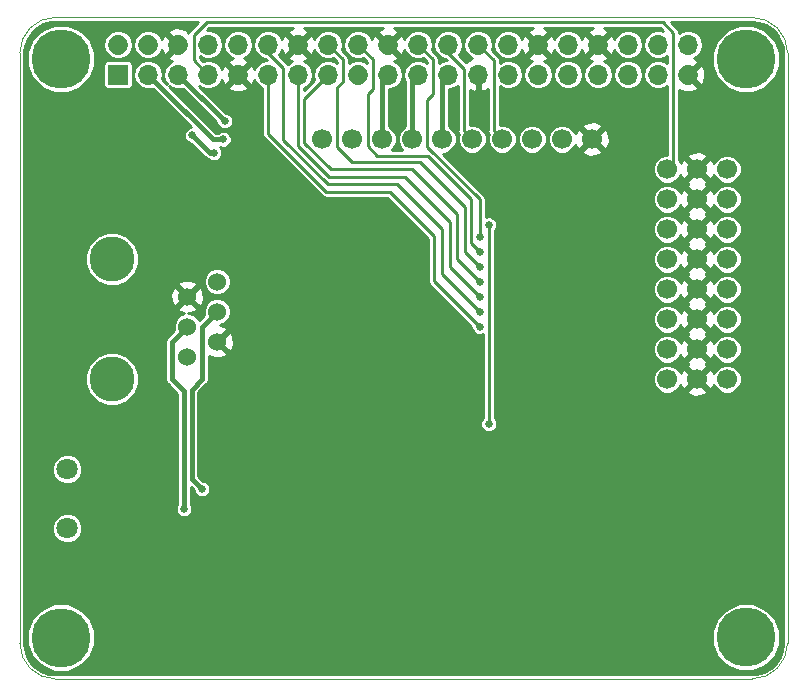
<source format=gbr>
G04 #@! TF.FileFunction,Copper,L2,Bot,Signal*
%FSLAX46Y46*%
G04 Gerber Fmt 4.6, Leading zero omitted, Abs format (unit mm)*
G04 Created by KiCad (PCBNEW 4.0.2-stable) date 9/14/2021 9:27:19 PM*
%MOMM*%
G01*
G04 APERTURE LIST*
%ADD10C,0.100000*%
%ADD11C,1.700000*%
%ADD12C,5.000000*%
%ADD13C,1.800000*%
%ADD14R,1.700000X1.700000*%
%ADD15C,1.700000*%
%ADD16O,1.700000X1.700000*%
%ADD17C,1.524000*%
%ADD18C,3.800000*%
%ADD19C,0.635000*%
%ADD20C,0.381000*%
%ADD21C,0.254000*%
G04 APERTURE END LIST*
D10*
X78546356Y-63817611D02*
X78546356Y-113817611D01*
X78546356Y-63817611D02*
G75*
G02X81546356Y-60817611I3000000J0D01*
G01*
X140546356Y-60817611D02*
X81546356Y-60817611D01*
X140546356Y-60817611D02*
G75*
G02X143546356Y-63817611I0J-3000000D01*
G01*
X143546356Y-113817611D02*
X143546356Y-63817611D01*
X81546356Y-116817611D02*
G75*
G02X78546356Y-113817611I0J3000000D01*
G01*
X81546356Y-116817611D02*
X140546356Y-116817611D01*
X143546351Y-113822847D02*
G75*
G02X140546356Y-116817611I-2999995J5236D01*
G01*
D11*
X104140000Y-71120000D03*
X106680000Y-71120000D03*
X109220000Y-71120000D03*
X111760000Y-71120000D03*
X114300000Y-71120000D03*
X116840000Y-71120000D03*
X119380000Y-71120000D03*
X121920000Y-71120000D03*
X124460000Y-71120000D03*
X127000000Y-71120000D03*
X133359410Y-73660000D03*
X133359410Y-76200000D03*
X133359410Y-78740000D03*
X133359410Y-81280000D03*
X133359410Y-83820000D03*
X133359410Y-86360000D03*
X133359410Y-88900000D03*
X133359410Y-91440000D03*
X138430000Y-91440000D03*
X138430000Y-88900000D03*
X138430000Y-86360000D03*
X138430000Y-83820000D03*
X138430000Y-81280000D03*
X138430000Y-78740000D03*
X138430000Y-76200000D03*
X138430000Y-73660000D03*
X135890000Y-73660000D03*
X135890000Y-76200000D03*
X135890000Y-78740000D03*
X135890000Y-81280000D03*
X135890000Y-83820000D03*
X135890000Y-86360000D03*
X135890000Y-88900000D03*
X135890000Y-91440000D03*
D12*
X82046356Y-64317611D03*
X140040000Y-64330000D03*
X82040000Y-113320000D03*
X140030000Y-113310000D03*
D13*
X82550000Y-104060000D03*
X82550000Y-99060000D03*
D14*
X86868000Y-65659000D03*
D15*
X86868000Y-63119000D02*
X86868000Y-63119000D01*
D16*
X89408000Y-65659000D03*
D15*
X89408000Y-63119000D02*
X89408000Y-63119000D01*
D16*
X91948000Y-65659000D03*
D15*
X91948000Y-63119000D02*
X91948000Y-63119000D01*
D16*
X94488000Y-65659000D03*
X94488000Y-63119000D03*
D15*
X97028000Y-65659000D02*
X97028000Y-65659000D01*
D16*
X97028000Y-63119000D03*
X99568000Y-65659000D03*
X99568000Y-63119000D03*
X102108000Y-65659000D03*
D15*
X102108000Y-63119000D02*
X102108000Y-63119000D01*
D16*
X104648000Y-65659000D03*
X104648000Y-63119000D03*
D15*
X107188000Y-65659000D02*
X107188000Y-65659000D01*
D16*
X107188000Y-63119000D03*
X109728000Y-65659000D03*
D15*
X109728000Y-63119000D02*
X109728000Y-63119000D01*
D16*
X112268000Y-65659000D03*
X112268000Y-63119000D03*
X114808000Y-65659000D03*
X114808000Y-63119000D03*
X117348000Y-65659000D03*
X117348000Y-63119000D03*
X119888000Y-65659000D03*
X119888000Y-63119000D03*
X122428000Y-65659000D03*
D15*
X122428000Y-63119000D02*
X122428000Y-63119000D01*
D16*
X124968000Y-65659000D03*
X124968000Y-63119000D03*
X127508000Y-65659000D03*
D15*
X127508000Y-63119000D02*
X127508000Y-63119000D01*
D16*
X130048000Y-65659000D03*
X130048000Y-63119000D03*
X132588000Y-65659000D03*
X132588000Y-63119000D03*
D15*
X135128000Y-65659000D02*
X135128000Y-65659000D01*
D16*
X135128000Y-63119000D03*
D17*
X92710000Y-89530000D03*
D18*
X86360000Y-81280000D03*
X86360000Y-91440000D03*
D17*
X92710000Y-86990000D03*
X92710000Y-84450000D03*
X95250000Y-88260000D03*
X95250000Y-85720000D03*
X95250000Y-83180000D03*
D19*
X94869000Y-107315000D03*
X89535000Y-71120000D03*
X89535000Y-74930000D03*
X142240000Y-78105000D03*
X142240000Y-87490000D03*
X96520000Y-98425000D03*
X90170000Y-107696000D03*
X83439000Y-73914000D03*
X83439000Y-71247000D03*
X107772200Y-98755200D03*
X95786617Y-71148617D03*
X95885000Y-69596000D03*
X94996000Y-72263000D03*
X93157000Y-70800000D03*
X117475000Y-86995000D03*
X117475000Y-85725000D03*
X117475000Y-84455000D03*
X117475000Y-83185000D03*
X117475000Y-81915000D03*
X117475000Y-80645000D03*
X117475000Y-79375000D03*
X118237000Y-78359000D03*
X118237000Y-95250000D03*
X92456000Y-102438200D03*
X93980000Y-100750000D03*
D20*
X95786617Y-71148617D02*
X94897617Y-71148617D01*
X94897617Y-71148617D02*
X90257999Y-66508999D01*
X90257999Y-66508999D02*
X89408000Y-65659000D01*
X91948000Y-65659000D02*
X95885000Y-69596000D01*
D21*
X94488000Y-65659000D02*
X93256999Y-64427999D01*
X93256999Y-64427999D02*
X93256999Y-62318001D01*
X93256999Y-62318001D02*
X94361000Y-61214000D01*
X94361000Y-61214000D02*
X127254000Y-61214000D01*
X127254000Y-61214000D02*
X132969000Y-61214000D01*
X133858000Y-73161410D02*
X133359410Y-73660000D01*
X133858000Y-62103000D02*
X133858000Y-73161410D01*
X132969000Y-61214000D02*
X133858000Y-62103000D01*
D20*
X94620000Y-72263000D02*
X93157000Y-70800000D01*
X94996000Y-72263000D02*
X94620000Y-72263000D01*
D21*
X109855000Y-75565000D02*
X104481132Y-75565000D01*
X104481132Y-75565000D02*
X99568000Y-70651868D01*
X113623283Y-79333283D02*
X109855000Y-75565000D01*
X113623283Y-83143283D02*
X113623283Y-79333283D01*
X117475000Y-86995000D02*
X113623283Y-83143283D01*
X99568000Y-65659000D02*
X99568000Y-69850000D01*
X99568000Y-70651868D02*
X99568000Y-69850000D01*
X100838000Y-71203434D02*
X100838000Y-70485000D01*
X100838000Y-70485000D02*
X100838000Y-65107118D01*
X117475000Y-85725000D02*
X114300000Y-82550000D01*
X114300000Y-82550000D02*
X114300000Y-78740000D01*
X114300000Y-78740000D02*
X110490000Y-74930000D01*
X110490000Y-74930000D02*
X104608132Y-74930000D01*
X104608132Y-74930000D02*
X100838000Y-71159868D01*
X100838000Y-71159868D02*
X100838000Y-70485000D01*
X100838000Y-65107118D02*
X99568000Y-63837118D01*
X99568000Y-63837118D02*
X99568000Y-63119000D01*
X102108000Y-65659000D02*
X102108000Y-71711434D01*
X102108000Y-71711434D02*
X104691566Y-74295000D01*
X114935000Y-78105000D02*
X114935000Y-81915000D01*
X104691566Y-74295000D02*
X111125000Y-74295000D01*
X111125000Y-74295000D02*
X114935000Y-78105000D01*
X114935000Y-81915000D02*
X117475000Y-84455000D01*
X115570000Y-77470000D02*
X111760000Y-73660000D01*
X115570000Y-81280000D02*
X115570000Y-77470000D01*
X117475000Y-83185000D02*
X115570000Y-81280000D01*
X104648000Y-65659000D02*
X102616010Y-67690990D01*
X104858118Y-73660000D02*
X111760000Y-73660000D01*
X102616010Y-71417892D02*
X104858118Y-73660000D01*
X102616010Y-67690990D02*
X102616010Y-71417892D01*
X112395000Y-73025000D02*
X106680000Y-73025000D01*
X106680000Y-73025000D02*
X105410000Y-71755000D01*
X116205000Y-76835000D02*
X112395000Y-73025000D01*
X116205000Y-80645000D02*
X116205000Y-76835000D01*
X117475000Y-81915000D02*
X116205000Y-80645000D01*
X105879001Y-66249881D02*
X105410000Y-66718882D01*
X105879001Y-64350001D02*
X105879001Y-66249881D01*
X104648000Y-63119000D02*
X105879001Y-64350001D01*
X105410000Y-66718882D02*
X105410000Y-71755000D01*
X116776499Y-79946499D02*
X117475000Y-80645000D01*
X116776499Y-76219933D02*
X116776499Y-79946499D01*
X113073556Y-72516990D02*
X116776499Y-76219933D01*
X108795108Y-72516990D02*
X113073556Y-72516990D01*
X107988999Y-67271001D02*
X107988999Y-71710881D01*
X108419001Y-66840999D02*
X107988999Y-67271001D01*
X108419001Y-64350001D02*
X108419001Y-66840999D01*
X107988999Y-71710881D02*
X108795108Y-72516990D01*
X107188000Y-63119000D02*
X108419001Y-64350001D01*
D20*
X109220000Y-71120000D02*
X109220000Y-66167000D01*
X109220000Y-66167000D02*
X109728000Y-65659000D01*
X111760000Y-71120000D02*
X111760000Y-66167000D01*
X111760000Y-66167000D02*
X112268000Y-65659000D01*
D21*
X117475000Y-76200000D02*
X117475000Y-79375000D01*
X113030000Y-71755000D02*
X117475000Y-76200000D01*
X113499001Y-64350001D02*
X112268000Y-63119000D01*
X113499001Y-67310000D02*
X113499001Y-64350001D01*
X113030000Y-67779001D02*
X113499001Y-67310000D01*
X113030000Y-71755000D02*
X113030000Y-67779001D01*
D20*
X114300000Y-71120000D02*
X114300000Y-66167000D01*
X114300000Y-66167000D02*
X114808000Y-65659000D01*
D21*
X116205001Y-70485001D02*
X116840000Y-71120000D01*
X116116999Y-70396999D02*
X116205001Y-70485001D01*
X114808000Y-63837118D02*
X116116999Y-65146117D01*
X114808000Y-63119000D02*
X114808000Y-63837118D01*
X116116999Y-65146117D02*
X116116999Y-70396999D01*
X117348000Y-63119000D02*
X118656999Y-64427999D01*
X118656999Y-64427999D02*
X118656999Y-70396999D01*
X118656999Y-70396999D02*
X118745001Y-70485001D01*
X118745001Y-70485001D02*
X119380000Y-71120000D01*
X118237000Y-78359000D02*
X118237000Y-95250000D01*
D20*
X91440000Y-88260000D02*
X92710000Y-86990000D01*
X91440000Y-91440000D02*
X91440000Y-88260000D01*
X92456000Y-92456000D02*
X91440000Y-91440000D01*
X92456000Y-102438200D02*
X92456000Y-92456000D01*
X95250000Y-85720000D02*
X93980000Y-86990000D01*
X93980000Y-86990000D02*
X93980000Y-91440000D01*
X93980000Y-91440000D02*
X93091010Y-92328990D01*
X93091010Y-92328990D02*
X93091010Y-99861010D01*
X93091010Y-99861010D02*
X93980000Y-100750000D01*
D21*
G36*
X92933165Y-61923415D02*
X92890753Y-61951754D01*
X92862414Y-61994166D01*
X92862411Y-61994169D01*
X92800366Y-62087026D01*
X92791687Y-62095705D01*
X92714918Y-61847363D01*
X92304892Y-61677514D01*
X91726092Y-61650664D01*
X91181076Y-61847355D01*
X91103842Y-62095237D01*
X91948000Y-62939395D01*
X91962143Y-62925253D01*
X92141748Y-63104858D01*
X92127605Y-63119000D01*
X92141748Y-63133143D01*
X91962143Y-63312748D01*
X91948000Y-63298605D01*
X91104312Y-64142293D01*
X91181082Y-64390637D01*
X91458508Y-64505558D01*
X91060499Y-64771499D01*
X90788424Y-65178688D01*
X90692884Y-65659000D01*
X90788424Y-66139312D01*
X90973459Y-66416237D01*
X90701912Y-66144690D01*
X90701910Y-66144687D01*
X90588972Y-66031749D01*
X90663116Y-65659000D01*
X90567576Y-65178688D01*
X90295501Y-64771499D01*
X89888312Y-64499424D01*
X89529239Y-64428000D01*
X89286761Y-64428000D01*
X88927688Y-64499424D01*
X88520499Y-64771499D01*
X88248424Y-65178688D01*
X88152884Y-65659000D01*
X88248424Y-66139312D01*
X88520499Y-66546501D01*
X88927688Y-66818576D01*
X89286761Y-66890000D01*
X89529239Y-66890000D01*
X89780749Y-66839972D01*
X89893687Y-66952910D01*
X89893690Y-66952912D01*
X93042277Y-70101500D01*
X93018060Y-70101500D01*
X92761332Y-70207841D01*
X92564841Y-70404332D01*
X92458500Y-70661060D01*
X92458500Y-70938940D01*
X92564841Y-71195668D01*
X92761332Y-71392159D01*
X93018060Y-71498500D01*
X93047278Y-71498500D01*
X94176089Y-72627312D01*
X94207972Y-72675028D01*
X94397012Y-72801341D01*
X94563714Y-72834500D01*
X94563718Y-72834500D01*
X94583635Y-72838462D01*
X94600332Y-72855159D01*
X94857060Y-72961500D01*
X95134940Y-72961500D01*
X95391668Y-72855159D01*
X95588159Y-72658668D01*
X95694500Y-72401940D01*
X95694500Y-72124060D01*
X95588159Y-71867332D01*
X95511564Y-71790737D01*
X95647677Y-71847117D01*
X95925557Y-71847117D01*
X96182285Y-71740776D01*
X96378776Y-71544285D01*
X96485117Y-71287557D01*
X96485117Y-71009677D01*
X96378776Y-70752949D01*
X96182285Y-70556458D01*
X95925557Y-70450117D01*
X95647677Y-70450117D01*
X95390949Y-70556458D01*
X95370290Y-70577117D01*
X95134340Y-70577117D01*
X91190763Y-66633541D01*
X91467688Y-66818576D01*
X91826761Y-66890000D01*
X92069239Y-66890000D01*
X92320749Y-66839972D01*
X95186500Y-69705723D01*
X95186500Y-69734940D01*
X95292841Y-69991668D01*
X95489332Y-70188159D01*
X95746060Y-70294500D01*
X96023940Y-70294500D01*
X96280668Y-70188159D01*
X96477159Y-69991668D01*
X96583500Y-69734940D01*
X96583500Y-69457060D01*
X96477159Y-69200332D01*
X96280668Y-69003841D01*
X96023940Y-68897500D01*
X95994723Y-68897500D01*
X93730763Y-66633541D01*
X94007688Y-66818576D01*
X94366761Y-66890000D01*
X94609239Y-66890000D01*
X94968312Y-66818576D01*
X95172273Y-66682293D01*
X96184312Y-66682293D01*
X96261082Y-66930637D01*
X96671108Y-67100486D01*
X97249908Y-67127336D01*
X97794924Y-66930645D01*
X97872158Y-66682763D01*
X97028000Y-65838605D01*
X96184312Y-66682293D01*
X95172273Y-66682293D01*
X95375501Y-66546501D01*
X95641442Y-66148492D01*
X95756363Y-66425918D01*
X96004707Y-66502688D01*
X96848395Y-65659000D01*
X97207605Y-65659000D01*
X98051763Y-66503158D01*
X98299645Y-66425924D01*
X98406525Y-66129767D01*
X98408424Y-66139312D01*
X98680499Y-66546501D01*
X99060000Y-66800076D01*
X99060001Y-69799968D01*
X99060000Y-70601840D01*
X99050049Y-70651868D01*
X99060000Y-70701896D01*
X99060000Y-70701899D01*
X99089475Y-70850079D01*
X99201753Y-71018115D01*
X99244168Y-71046456D01*
X104086546Y-75888835D01*
X104114885Y-75931247D01*
X104157297Y-75959586D01*
X104157299Y-75959588D01*
X104282920Y-76043525D01*
X104431100Y-76073000D01*
X104431104Y-76073000D01*
X104481132Y-76082951D01*
X104531160Y-76073000D01*
X109644580Y-76073000D01*
X113115284Y-79543705D01*
X113115283Y-83093255D01*
X113105332Y-83143283D01*
X113115283Y-83193311D01*
X113115283Y-83193314D01*
X113144758Y-83341494D01*
X113257036Y-83509530D01*
X113299451Y-83537871D01*
X116776500Y-87014920D01*
X116776500Y-87133940D01*
X116882841Y-87390668D01*
X117079332Y-87587159D01*
X117336060Y-87693500D01*
X117613940Y-87693500D01*
X117729001Y-87645840D01*
X117729001Y-94770172D01*
X117644841Y-94854332D01*
X117538500Y-95111060D01*
X117538500Y-95388940D01*
X117644841Y-95645668D01*
X117841332Y-95842159D01*
X118098060Y-95948500D01*
X118375940Y-95948500D01*
X118632668Y-95842159D01*
X118829159Y-95645668D01*
X118935500Y-95388940D01*
X118935500Y-95111060D01*
X118829159Y-94854332D01*
X118745000Y-94770173D01*
X118745000Y-91195139D01*
X132128410Y-91195139D01*
X132128410Y-91684861D01*
X132315818Y-92137306D01*
X132662104Y-92483592D01*
X133114549Y-92671000D01*
X133604271Y-92671000D01*
X134055832Y-92483958D01*
X135025647Y-92483958D01*
X135105920Y-92735259D01*
X135661279Y-92936718D01*
X136251458Y-92910315D01*
X136674080Y-92735259D01*
X136754353Y-92483958D01*
X135890000Y-91619605D01*
X135025647Y-92483958D01*
X134055832Y-92483958D01*
X134056716Y-92483592D01*
X134403002Y-92137306D01*
X134480900Y-91949243D01*
X134594741Y-92224080D01*
X134846042Y-92304353D01*
X135710395Y-91440000D01*
X136069605Y-91440000D01*
X136933958Y-92304353D01*
X137185259Y-92224080D01*
X137295954Y-91918929D01*
X137386408Y-92137306D01*
X137732694Y-92483592D01*
X138185139Y-92671000D01*
X138674861Y-92671000D01*
X139127306Y-92483592D01*
X139473592Y-92137306D01*
X139661000Y-91684861D01*
X139661000Y-91195139D01*
X139473592Y-90742694D01*
X139127306Y-90396408D01*
X138674861Y-90209000D01*
X138185139Y-90209000D01*
X137732694Y-90396408D01*
X137386408Y-90742694D01*
X137303805Y-90942116D01*
X137185259Y-90655920D01*
X136933958Y-90575647D01*
X136069605Y-91440000D01*
X135710395Y-91440000D01*
X134846042Y-90575647D01*
X134594741Y-90655920D01*
X134488440Y-90948960D01*
X134403002Y-90742694D01*
X134056716Y-90396408D01*
X133604271Y-90209000D01*
X133114549Y-90209000D01*
X132662104Y-90396408D01*
X132315818Y-90742694D01*
X132128410Y-91195139D01*
X118745000Y-91195139D01*
X118745000Y-88655139D01*
X132128410Y-88655139D01*
X132128410Y-89144861D01*
X132315818Y-89597306D01*
X132662104Y-89943592D01*
X133114549Y-90131000D01*
X133604271Y-90131000D01*
X134055832Y-89943958D01*
X135025647Y-89943958D01*
X135097852Y-90170000D01*
X135025647Y-90396042D01*
X135890000Y-91260395D01*
X136754353Y-90396042D01*
X136682148Y-90170000D01*
X136754353Y-89943958D01*
X135890000Y-89079605D01*
X135025647Y-89943958D01*
X134055832Y-89943958D01*
X134056716Y-89943592D01*
X134403002Y-89597306D01*
X134480900Y-89409243D01*
X134594741Y-89684080D01*
X134846042Y-89764353D01*
X135710395Y-88900000D01*
X136069605Y-88900000D01*
X136933958Y-89764353D01*
X137185259Y-89684080D01*
X137295954Y-89378929D01*
X137386408Y-89597306D01*
X137732694Y-89943592D01*
X138185139Y-90131000D01*
X138674861Y-90131000D01*
X139127306Y-89943592D01*
X139473592Y-89597306D01*
X139661000Y-89144861D01*
X139661000Y-88655139D01*
X139473592Y-88202694D01*
X139127306Y-87856408D01*
X138674861Y-87669000D01*
X138185139Y-87669000D01*
X137732694Y-87856408D01*
X137386408Y-88202694D01*
X137303805Y-88402116D01*
X137185259Y-88115920D01*
X136933958Y-88035647D01*
X136069605Y-88900000D01*
X135710395Y-88900000D01*
X134846042Y-88035647D01*
X134594741Y-88115920D01*
X134488440Y-88408960D01*
X134403002Y-88202694D01*
X134056716Y-87856408D01*
X133604271Y-87669000D01*
X133114549Y-87669000D01*
X132662104Y-87856408D01*
X132315818Y-88202694D01*
X132128410Y-88655139D01*
X118745000Y-88655139D01*
X118745000Y-86115139D01*
X132128410Y-86115139D01*
X132128410Y-86604861D01*
X132315818Y-87057306D01*
X132662104Y-87403592D01*
X133114549Y-87591000D01*
X133604271Y-87591000D01*
X134055832Y-87403958D01*
X135025647Y-87403958D01*
X135097852Y-87630000D01*
X135025647Y-87856042D01*
X135890000Y-88720395D01*
X136754353Y-87856042D01*
X136682148Y-87630000D01*
X136754353Y-87403958D01*
X135890000Y-86539605D01*
X135025647Y-87403958D01*
X134055832Y-87403958D01*
X134056716Y-87403592D01*
X134403002Y-87057306D01*
X134480900Y-86869243D01*
X134594741Y-87144080D01*
X134846042Y-87224353D01*
X135710395Y-86360000D01*
X136069605Y-86360000D01*
X136933958Y-87224353D01*
X137185259Y-87144080D01*
X137295954Y-86838929D01*
X137386408Y-87057306D01*
X137732694Y-87403592D01*
X138185139Y-87591000D01*
X138674861Y-87591000D01*
X139127306Y-87403592D01*
X139473592Y-87057306D01*
X139661000Y-86604861D01*
X139661000Y-86115139D01*
X139473592Y-85662694D01*
X139127306Y-85316408D01*
X138674861Y-85129000D01*
X138185139Y-85129000D01*
X137732694Y-85316408D01*
X137386408Y-85662694D01*
X137303805Y-85862116D01*
X137185259Y-85575920D01*
X136933958Y-85495647D01*
X136069605Y-86360000D01*
X135710395Y-86360000D01*
X134846042Y-85495647D01*
X134594741Y-85575920D01*
X134488440Y-85868960D01*
X134403002Y-85662694D01*
X134056716Y-85316408D01*
X133604271Y-85129000D01*
X133114549Y-85129000D01*
X132662104Y-85316408D01*
X132315818Y-85662694D01*
X132128410Y-86115139D01*
X118745000Y-86115139D01*
X118745000Y-83575139D01*
X132128410Y-83575139D01*
X132128410Y-84064861D01*
X132315818Y-84517306D01*
X132662104Y-84863592D01*
X133114549Y-85051000D01*
X133604271Y-85051000D01*
X134055832Y-84863958D01*
X135025647Y-84863958D01*
X135097852Y-85090000D01*
X135025647Y-85316042D01*
X135890000Y-86180395D01*
X136754353Y-85316042D01*
X136682148Y-85090000D01*
X136754353Y-84863958D01*
X135890000Y-83999605D01*
X135025647Y-84863958D01*
X134055832Y-84863958D01*
X134056716Y-84863592D01*
X134403002Y-84517306D01*
X134480900Y-84329243D01*
X134594741Y-84604080D01*
X134846042Y-84684353D01*
X135710395Y-83820000D01*
X136069605Y-83820000D01*
X136933958Y-84684353D01*
X137185259Y-84604080D01*
X137295954Y-84298929D01*
X137386408Y-84517306D01*
X137732694Y-84863592D01*
X138185139Y-85051000D01*
X138674861Y-85051000D01*
X139127306Y-84863592D01*
X139473592Y-84517306D01*
X139661000Y-84064861D01*
X139661000Y-83575139D01*
X139473592Y-83122694D01*
X139127306Y-82776408D01*
X138674861Y-82589000D01*
X138185139Y-82589000D01*
X137732694Y-82776408D01*
X137386408Y-83122694D01*
X137303805Y-83322116D01*
X137185259Y-83035920D01*
X136933958Y-82955647D01*
X136069605Y-83820000D01*
X135710395Y-83820000D01*
X134846042Y-82955647D01*
X134594741Y-83035920D01*
X134488440Y-83328960D01*
X134403002Y-83122694D01*
X134056716Y-82776408D01*
X133604271Y-82589000D01*
X133114549Y-82589000D01*
X132662104Y-82776408D01*
X132315818Y-83122694D01*
X132128410Y-83575139D01*
X118745000Y-83575139D01*
X118745000Y-81035139D01*
X132128410Y-81035139D01*
X132128410Y-81524861D01*
X132315818Y-81977306D01*
X132662104Y-82323592D01*
X133114549Y-82511000D01*
X133604271Y-82511000D01*
X134055832Y-82323958D01*
X135025647Y-82323958D01*
X135097852Y-82550000D01*
X135025647Y-82776042D01*
X135890000Y-83640395D01*
X136754353Y-82776042D01*
X136682148Y-82550000D01*
X136754353Y-82323958D01*
X135890000Y-81459605D01*
X135025647Y-82323958D01*
X134055832Y-82323958D01*
X134056716Y-82323592D01*
X134403002Y-81977306D01*
X134480900Y-81789243D01*
X134594741Y-82064080D01*
X134846042Y-82144353D01*
X135710395Y-81280000D01*
X136069605Y-81280000D01*
X136933958Y-82144353D01*
X137185259Y-82064080D01*
X137295954Y-81758929D01*
X137386408Y-81977306D01*
X137732694Y-82323592D01*
X138185139Y-82511000D01*
X138674861Y-82511000D01*
X139127306Y-82323592D01*
X139473592Y-81977306D01*
X139661000Y-81524861D01*
X139661000Y-81035139D01*
X139473592Y-80582694D01*
X139127306Y-80236408D01*
X138674861Y-80049000D01*
X138185139Y-80049000D01*
X137732694Y-80236408D01*
X137386408Y-80582694D01*
X137303805Y-80782116D01*
X137185259Y-80495920D01*
X136933958Y-80415647D01*
X136069605Y-81280000D01*
X135710395Y-81280000D01*
X134846042Y-80415647D01*
X134594741Y-80495920D01*
X134488440Y-80788960D01*
X134403002Y-80582694D01*
X134056716Y-80236408D01*
X133604271Y-80049000D01*
X133114549Y-80049000D01*
X132662104Y-80236408D01*
X132315818Y-80582694D01*
X132128410Y-81035139D01*
X118745000Y-81035139D01*
X118745000Y-78838827D01*
X118829159Y-78754668D01*
X118935500Y-78497940D01*
X118935500Y-78495139D01*
X132128410Y-78495139D01*
X132128410Y-78984861D01*
X132315818Y-79437306D01*
X132662104Y-79783592D01*
X133114549Y-79971000D01*
X133604271Y-79971000D01*
X134055832Y-79783958D01*
X135025647Y-79783958D01*
X135097852Y-80010000D01*
X135025647Y-80236042D01*
X135890000Y-81100395D01*
X136754353Y-80236042D01*
X136682148Y-80010000D01*
X136754353Y-79783958D01*
X135890000Y-78919605D01*
X135025647Y-79783958D01*
X134055832Y-79783958D01*
X134056716Y-79783592D01*
X134403002Y-79437306D01*
X134480900Y-79249243D01*
X134594741Y-79524080D01*
X134846042Y-79604353D01*
X135710395Y-78740000D01*
X136069605Y-78740000D01*
X136933958Y-79604353D01*
X137185259Y-79524080D01*
X137295954Y-79218929D01*
X137386408Y-79437306D01*
X137732694Y-79783592D01*
X138185139Y-79971000D01*
X138674861Y-79971000D01*
X139127306Y-79783592D01*
X139473592Y-79437306D01*
X139661000Y-78984861D01*
X139661000Y-78495139D01*
X139473592Y-78042694D01*
X139127306Y-77696408D01*
X138674861Y-77509000D01*
X138185139Y-77509000D01*
X137732694Y-77696408D01*
X137386408Y-78042694D01*
X137303805Y-78242116D01*
X137185259Y-77955920D01*
X136933958Y-77875647D01*
X136069605Y-78740000D01*
X135710395Y-78740000D01*
X134846042Y-77875647D01*
X134594741Y-77955920D01*
X134488440Y-78248960D01*
X134403002Y-78042694D01*
X134056716Y-77696408D01*
X133604271Y-77509000D01*
X133114549Y-77509000D01*
X132662104Y-77696408D01*
X132315818Y-78042694D01*
X132128410Y-78495139D01*
X118935500Y-78495139D01*
X118935500Y-78220060D01*
X118829159Y-77963332D01*
X118632668Y-77766841D01*
X118375940Y-77660500D01*
X118098060Y-77660500D01*
X117983000Y-77708160D01*
X117983000Y-76250027D01*
X117992951Y-76199999D01*
X117983000Y-76149969D01*
X117983000Y-76149968D01*
X117953525Y-76001788D01*
X117922356Y-75955139D01*
X132128410Y-75955139D01*
X132128410Y-76444861D01*
X132315818Y-76897306D01*
X132662104Y-77243592D01*
X133114549Y-77431000D01*
X133604271Y-77431000D01*
X134055832Y-77243958D01*
X135025647Y-77243958D01*
X135097852Y-77470000D01*
X135025647Y-77696042D01*
X135890000Y-78560395D01*
X136754353Y-77696042D01*
X136682148Y-77470000D01*
X136754353Y-77243958D01*
X135890000Y-76379605D01*
X135025647Y-77243958D01*
X134055832Y-77243958D01*
X134056716Y-77243592D01*
X134403002Y-76897306D01*
X134480900Y-76709243D01*
X134594741Y-76984080D01*
X134846042Y-77064353D01*
X135710395Y-76200000D01*
X136069605Y-76200000D01*
X136933958Y-77064353D01*
X137185259Y-76984080D01*
X137295954Y-76678929D01*
X137386408Y-76897306D01*
X137732694Y-77243592D01*
X138185139Y-77431000D01*
X138674861Y-77431000D01*
X139127306Y-77243592D01*
X139473592Y-76897306D01*
X139661000Y-76444861D01*
X139661000Y-75955139D01*
X139473592Y-75502694D01*
X139127306Y-75156408D01*
X138674861Y-74969000D01*
X138185139Y-74969000D01*
X137732694Y-75156408D01*
X137386408Y-75502694D01*
X137303805Y-75702116D01*
X137185259Y-75415920D01*
X136933958Y-75335647D01*
X136069605Y-76200000D01*
X135710395Y-76200000D01*
X134846042Y-75335647D01*
X134594741Y-75415920D01*
X134488440Y-75708960D01*
X134403002Y-75502694D01*
X134056716Y-75156408D01*
X133604271Y-74969000D01*
X133114549Y-74969000D01*
X132662104Y-75156408D01*
X132315818Y-75502694D01*
X132128410Y-75955139D01*
X117922356Y-75955139D01*
X117869588Y-75876167D01*
X117869586Y-75876165D01*
X117841247Y-75833753D01*
X117798836Y-75805415D01*
X114344420Y-72351000D01*
X114544861Y-72351000D01*
X114997306Y-72163592D01*
X115343592Y-71817306D01*
X115531000Y-71364861D01*
X115531000Y-70875139D01*
X115343592Y-70422694D01*
X114997306Y-70076408D01*
X114871500Y-70024298D01*
X114871500Y-66890000D01*
X114929239Y-66890000D01*
X115288312Y-66818576D01*
X115608999Y-66604300D01*
X115609000Y-70346966D01*
X115599048Y-70396999D01*
X115638474Y-70595210D01*
X115691857Y-70675104D01*
X115609000Y-70875139D01*
X115609000Y-71364861D01*
X115796408Y-71817306D01*
X116142694Y-72163592D01*
X116595139Y-72351000D01*
X117084861Y-72351000D01*
X117537306Y-72163592D01*
X117883592Y-71817306D01*
X118071000Y-71364861D01*
X118071000Y-70875139D01*
X117883592Y-70422694D01*
X117537306Y-70076408D01*
X117084861Y-69889000D01*
X116624999Y-69889000D01*
X116624999Y-66948837D01*
X116991110Y-67100476D01*
X117221000Y-66979155D01*
X117221000Y-65786000D01*
X117201000Y-65786000D01*
X117201000Y-65532000D01*
X117221000Y-65532000D01*
X117221000Y-65512000D01*
X117475000Y-65512000D01*
X117475000Y-65532000D01*
X117495000Y-65532000D01*
X117495000Y-65786000D01*
X117475000Y-65786000D01*
X117475000Y-66979155D01*
X117704890Y-67100476D01*
X118114924Y-66930645D01*
X118148999Y-66899591D01*
X118149000Y-70346966D01*
X118139048Y-70396999D01*
X118178474Y-70595210D01*
X118231857Y-70675104D01*
X118149000Y-70875139D01*
X118149000Y-71364861D01*
X118336408Y-71817306D01*
X118682694Y-72163592D01*
X119135139Y-72351000D01*
X119624861Y-72351000D01*
X120077306Y-72163592D01*
X120423592Y-71817306D01*
X120611000Y-71364861D01*
X120611000Y-70875139D01*
X120689000Y-70875139D01*
X120689000Y-71364861D01*
X120876408Y-71817306D01*
X121222694Y-72163592D01*
X121675139Y-72351000D01*
X122164861Y-72351000D01*
X122617306Y-72163592D01*
X122963592Y-71817306D01*
X123151000Y-71364861D01*
X123151000Y-70875139D01*
X123229000Y-70875139D01*
X123229000Y-71364861D01*
X123416408Y-71817306D01*
X123762694Y-72163592D01*
X124215139Y-72351000D01*
X124704861Y-72351000D01*
X125156422Y-72163958D01*
X126135647Y-72163958D01*
X126215920Y-72415259D01*
X126771279Y-72616718D01*
X127361458Y-72590315D01*
X127784080Y-72415259D01*
X127864353Y-72163958D01*
X127000000Y-71299605D01*
X126135647Y-72163958D01*
X125156422Y-72163958D01*
X125157306Y-72163592D01*
X125503592Y-71817306D01*
X125586195Y-71617884D01*
X125704741Y-71904080D01*
X125956042Y-71984353D01*
X126820395Y-71120000D01*
X127179605Y-71120000D01*
X128043958Y-71984353D01*
X128295259Y-71904080D01*
X128496718Y-71348721D01*
X128470315Y-70758542D01*
X128295259Y-70335920D01*
X128043958Y-70255647D01*
X127179605Y-71120000D01*
X126820395Y-71120000D01*
X125956042Y-70255647D01*
X125704741Y-70335920D01*
X125594046Y-70641071D01*
X125503592Y-70422694D01*
X125157306Y-70076408D01*
X125156423Y-70076042D01*
X126135647Y-70076042D01*
X127000000Y-70940395D01*
X127864353Y-70076042D01*
X127784080Y-69824741D01*
X127228721Y-69623282D01*
X126638542Y-69649685D01*
X126215920Y-69824741D01*
X126135647Y-70076042D01*
X125156423Y-70076042D01*
X124704861Y-69889000D01*
X124215139Y-69889000D01*
X123762694Y-70076408D01*
X123416408Y-70422694D01*
X123229000Y-70875139D01*
X123151000Y-70875139D01*
X122963592Y-70422694D01*
X122617306Y-70076408D01*
X122164861Y-69889000D01*
X121675139Y-69889000D01*
X121222694Y-70076408D01*
X120876408Y-70422694D01*
X120689000Y-70875139D01*
X120611000Y-70875139D01*
X120423592Y-70422694D01*
X120077306Y-70076408D01*
X119624861Y-69889000D01*
X119164999Y-69889000D01*
X119164999Y-66656416D01*
X119407688Y-66818576D01*
X119766761Y-66890000D01*
X120009239Y-66890000D01*
X120368312Y-66818576D01*
X120775501Y-66546501D01*
X121047576Y-66139312D01*
X121143116Y-65659000D01*
X121172884Y-65659000D01*
X121268424Y-66139312D01*
X121540499Y-66546501D01*
X121947688Y-66818576D01*
X122306761Y-66890000D01*
X122549239Y-66890000D01*
X122908312Y-66818576D01*
X123315501Y-66546501D01*
X123587576Y-66139312D01*
X123683116Y-65659000D01*
X123712884Y-65659000D01*
X123808424Y-66139312D01*
X124080499Y-66546501D01*
X124487688Y-66818576D01*
X124846761Y-66890000D01*
X125089239Y-66890000D01*
X125448312Y-66818576D01*
X125855501Y-66546501D01*
X126127576Y-66139312D01*
X126223116Y-65659000D01*
X126252884Y-65659000D01*
X126348424Y-66139312D01*
X126620499Y-66546501D01*
X127027688Y-66818576D01*
X127386761Y-66890000D01*
X127629239Y-66890000D01*
X127988312Y-66818576D01*
X128395501Y-66546501D01*
X128667576Y-66139312D01*
X128763116Y-65659000D01*
X128792884Y-65659000D01*
X128888424Y-66139312D01*
X129160499Y-66546501D01*
X129567688Y-66818576D01*
X129926761Y-66890000D01*
X130169239Y-66890000D01*
X130528312Y-66818576D01*
X130935501Y-66546501D01*
X131207576Y-66139312D01*
X131303116Y-65659000D01*
X131207576Y-65178688D01*
X130935501Y-64771499D01*
X130528312Y-64499424D01*
X130169239Y-64428000D01*
X129926761Y-64428000D01*
X129567688Y-64499424D01*
X129160499Y-64771499D01*
X128888424Y-65178688D01*
X128792884Y-65659000D01*
X128763116Y-65659000D01*
X128667576Y-65178688D01*
X128395501Y-64771499D01*
X127988312Y-64499424D01*
X127978767Y-64497525D01*
X128274924Y-64390645D01*
X128352158Y-64142763D01*
X127508000Y-63298605D01*
X126664312Y-64142293D01*
X126741082Y-64390637D01*
X127018508Y-64505558D01*
X126620499Y-64771499D01*
X126348424Y-65178688D01*
X126252884Y-65659000D01*
X126223116Y-65659000D01*
X126127576Y-65178688D01*
X125855501Y-64771499D01*
X125448312Y-64499424D01*
X125089239Y-64428000D01*
X124846761Y-64428000D01*
X124487688Y-64499424D01*
X124080499Y-64771499D01*
X123808424Y-65178688D01*
X123712884Y-65659000D01*
X123683116Y-65659000D01*
X123587576Y-65178688D01*
X123315501Y-64771499D01*
X122908312Y-64499424D01*
X122898767Y-64497525D01*
X123194924Y-64390645D01*
X123272158Y-64142763D01*
X122428000Y-63298605D01*
X121584312Y-64142293D01*
X121661082Y-64390637D01*
X121938508Y-64505558D01*
X121540499Y-64771499D01*
X121268424Y-65178688D01*
X121172884Y-65659000D01*
X121143116Y-65659000D01*
X121047576Y-65178688D01*
X120775501Y-64771499D01*
X120368312Y-64499424D01*
X120009239Y-64428000D01*
X119766761Y-64428000D01*
X119407688Y-64499424D01*
X119164999Y-64661584D01*
X119164999Y-64478026D01*
X119174950Y-64427998D01*
X119164999Y-64377968D01*
X119164999Y-64377967D01*
X119135524Y-64229787D01*
X119108381Y-64189165D01*
X119051587Y-64104166D01*
X119051585Y-64104164D01*
X119023246Y-64061752D01*
X118980835Y-64033414D01*
X118514073Y-63566652D01*
X118603116Y-63119000D01*
X118632884Y-63119000D01*
X118728424Y-63599312D01*
X119000499Y-64006501D01*
X119407688Y-64278576D01*
X119766761Y-64350000D01*
X120009239Y-64350000D01*
X120368312Y-64278576D01*
X120775501Y-64006501D01*
X121041442Y-63608492D01*
X121156363Y-63885918D01*
X121404707Y-63962688D01*
X122248395Y-63119000D01*
X122607605Y-63119000D01*
X123451763Y-63963158D01*
X123699645Y-63885924D01*
X123806525Y-63589767D01*
X123808424Y-63599312D01*
X124080499Y-64006501D01*
X124487688Y-64278576D01*
X124846761Y-64350000D01*
X125089239Y-64350000D01*
X125448312Y-64278576D01*
X125855501Y-64006501D01*
X126121442Y-63608492D01*
X126236363Y-63885918D01*
X126484707Y-63962688D01*
X127328395Y-63119000D01*
X127687605Y-63119000D01*
X128531763Y-63963158D01*
X128779645Y-63885924D01*
X128886525Y-63589767D01*
X128888424Y-63599312D01*
X129160499Y-64006501D01*
X129567688Y-64278576D01*
X129926761Y-64350000D01*
X130169239Y-64350000D01*
X130528312Y-64278576D01*
X130935501Y-64006501D01*
X131207576Y-63599312D01*
X131303116Y-63119000D01*
X131207576Y-62638688D01*
X130935501Y-62231499D01*
X130528312Y-61959424D01*
X130169239Y-61888000D01*
X129926761Y-61888000D01*
X129567688Y-61959424D01*
X129160499Y-62231499D01*
X128894558Y-62629508D01*
X128779637Y-62352082D01*
X128531293Y-62275312D01*
X127687605Y-63119000D01*
X127328395Y-63119000D01*
X126484237Y-62274842D01*
X126236355Y-62352076D01*
X126129475Y-62648233D01*
X126127576Y-62638688D01*
X125855501Y-62231499D01*
X125448312Y-61959424D01*
X125089239Y-61888000D01*
X124846761Y-61888000D01*
X124487688Y-61959424D01*
X124080499Y-62231499D01*
X123814558Y-62629508D01*
X123699637Y-62352082D01*
X123451293Y-62275312D01*
X122607605Y-63119000D01*
X122248395Y-63119000D01*
X121404237Y-62274842D01*
X121156355Y-62352076D01*
X121049475Y-62648233D01*
X121047576Y-62638688D01*
X120775501Y-62231499D01*
X120368312Y-61959424D01*
X120009239Y-61888000D01*
X119766761Y-61888000D01*
X119407688Y-61959424D01*
X119000499Y-62231499D01*
X118728424Y-62638688D01*
X118632884Y-63119000D01*
X118603116Y-63119000D01*
X118507576Y-62638688D01*
X118235501Y-62231499D01*
X117828312Y-61959424D01*
X117469239Y-61888000D01*
X117226761Y-61888000D01*
X116867688Y-61959424D01*
X116460499Y-62231499D01*
X116188424Y-62638688D01*
X116092884Y-63119000D01*
X116188424Y-63599312D01*
X116460499Y-64006501D01*
X116858512Y-64272445D01*
X116581076Y-64387355D01*
X116317167Y-64627864D01*
X115695622Y-64006320D01*
X115967576Y-63599312D01*
X116063116Y-63119000D01*
X115967576Y-62638688D01*
X115695501Y-62231499D01*
X115288312Y-61959424D01*
X114929239Y-61888000D01*
X114686761Y-61888000D01*
X114327688Y-61959424D01*
X113920499Y-62231499D01*
X113648424Y-62638688D01*
X113552884Y-63119000D01*
X113648424Y-63599312D01*
X113920499Y-64006501D01*
X114327688Y-64278576D01*
X114581530Y-64329068D01*
X114681507Y-64429045D01*
X114327688Y-64499424D01*
X114007001Y-64713700D01*
X114007001Y-64400028D01*
X114016952Y-64350000D01*
X114007001Y-64299970D01*
X114007001Y-64299969D01*
X113977526Y-64151789D01*
X113865248Y-63983754D01*
X113822833Y-63955413D01*
X113434072Y-63566652D01*
X113523116Y-63119000D01*
X113427576Y-62638688D01*
X113155501Y-62231499D01*
X112748312Y-61959424D01*
X112389239Y-61888000D01*
X112146761Y-61888000D01*
X111787688Y-61959424D01*
X111380499Y-62231499D01*
X111114558Y-62629508D01*
X110999637Y-62352082D01*
X110751293Y-62275312D01*
X109907605Y-63119000D01*
X110751763Y-63963158D01*
X110999645Y-63885924D01*
X111106525Y-63589767D01*
X111108424Y-63599312D01*
X111380499Y-64006501D01*
X111787688Y-64278576D01*
X112146761Y-64350000D01*
X112389239Y-64350000D01*
X112715652Y-64285072D01*
X112991002Y-64560422D01*
X112991002Y-64661584D01*
X112748312Y-64499424D01*
X112389239Y-64428000D01*
X112146761Y-64428000D01*
X111787688Y-64499424D01*
X111380499Y-64771499D01*
X111108424Y-65178688D01*
X111012884Y-65659000D01*
X111108424Y-66139312D01*
X111188501Y-66259156D01*
X111188500Y-70024298D01*
X111062694Y-70076408D01*
X110716408Y-70422694D01*
X110529000Y-70875139D01*
X110529000Y-71364861D01*
X110716408Y-71817306D01*
X110908092Y-72008990D01*
X110071908Y-72008990D01*
X110263592Y-71817306D01*
X110451000Y-71364861D01*
X110451000Y-70875139D01*
X110263592Y-70422694D01*
X109917306Y-70076408D01*
X109791500Y-70024298D01*
X109791500Y-66890000D01*
X109849239Y-66890000D01*
X110208312Y-66818576D01*
X110615501Y-66546501D01*
X110887576Y-66139312D01*
X110983116Y-65659000D01*
X110887576Y-65178688D01*
X110615501Y-64771499D01*
X110208312Y-64499424D01*
X110198767Y-64497525D01*
X110494924Y-64390645D01*
X110572158Y-64142763D01*
X109728000Y-63298605D01*
X109713858Y-63312748D01*
X109534253Y-63133143D01*
X109548395Y-63119000D01*
X108704237Y-62274842D01*
X108456355Y-62352076D01*
X108349475Y-62648233D01*
X108347576Y-62638688D01*
X108075501Y-62231499D01*
X107668312Y-61959424D01*
X107309239Y-61888000D01*
X107066761Y-61888000D01*
X106707688Y-61959424D01*
X106300499Y-62231499D01*
X106028424Y-62638688D01*
X105932884Y-63119000D01*
X106028424Y-63599312D01*
X106300499Y-64006501D01*
X106707688Y-64278576D01*
X107066761Y-64350000D01*
X107309239Y-64350000D01*
X107635652Y-64285072D01*
X107911001Y-64560421D01*
X107911001Y-64661584D01*
X107668312Y-64499424D01*
X107309239Y-64428000D01*
X107066761Y-64428000D01*
X106707688Y-64499424D01*
X106387001Y-64713700D01*
X106387001Y-64400028D01*
X106396952Y-64350000D01*
X106387001Y-64299970D01*
X106387001Y-64299969D01*
X106357526Y-64151789D01*
X106245248Y-63983754D01*
X106202834Y-63955414D01*
X105814072Y-63566652D01*
X105903116Y-63119000D01*
X105807576Y-62638688D01*
X105535501Y-62231499D01*
X105128312Y-61959424D01*
X104769239Y-61888000D01*
X104526761Y-61888000D01*
X104167688Y-61959424D01*
X103760499Y-62231499D01*
X103494558Y-62629508D01*
X103379637Y-62352082D01*
X103131293Y-62275312D01*
X102287605Y-63119000D01*
X103131763Y-63963158D01*
X103379645Y-63885924D01*
X103486525Y-63589767D01*
X103488424Y-63599312D01*
X103760499Y-64006501D01*
X104167688Y-64278576D01*
X104526761Y-64350000D01*
X104769239Y-64350000D01*
X105095652Y-64285072D01*
X105371001Y-64560421D01*
X105371001Y-64661584D01*
X105128312Y-64499424D01*
X104769239Y-64428000D01*
X104526761Y-64428000D01*
X104167688Y-64499424D01*
X103760499Y-64771499D01*
X103488424Y-65178688D01*
X103392884Y-65659000D01*
X103481928Y-66106652D01*
X102616000Y-66972580D01*
X102616000Y-66800075D01*
X102995501Y-66546501D01*
X103267576Y-66139312D01*
X103363116Y-65659000D01*
X103267576Y-65178688D01*
X102995501Y-64771499D01*
X102588312Y-64499424D01*
X102578767Y-64497525D01*
X102874924Y-64390645D01*
X102952158Y-64142763D01*
X102108000Y-63298605D01*
X101264312Y-64142293D01*
X101341082Y-64390637D01*
X101618508Y-64505558D01*
X101223412Y-64769553D01*
X101204247Y-64740871D01*
X101161835Y-64712532D01*
X100455622Y-64006320D01*
X100721442Y-63608492D01*
X100836363Y-63885918D01*
X101084707Y-63962688D01*
X101928395Y-63119000D01*
X101084237Y-62274842D01*
X100836355Y-62352076D01*
X100729475Y-62648233D01*
X100727576Y-62638688D01*
X100455501Y-62231499D01*
X100048312Y-61959424D01*
X99689239Y-61888000D01*
X99446761Y-61888000D01*
X99087688Y-61959424D01*
X98680499Y-62231499D01*
X98408424Y-62638688D01*
X98312884Y-63119000D01*
X98408424Y-63599312D01*
X98680499Y-64006501D01*
X99087688Y-64278576D01*
X99341530Y-64329068D01*
X99441507Y-64429045D01*
X99087688Y-64499424D01*
X98680499Y-64771499D01*
X98414558Y-65169508D01*
X98299637Y-64892082D01*
X98051293Y-64815312D01*
X97207605Y-65659000D01*
X96848395Y-65659000D01*
X96004237Y-64814842D01*
X95756355Y-64892076D01*
X95649475Y-65188233D01*
X95647576Y-65178688D01*
X95375501Y-64771499D01*
X94968312Y-64499424D01*
X94609239Y-64428000D01*
X94366761Y-64428000D01*
X94040348Y-64492928D01*
X93764999Y-64217579D01*
X93764999Y-64116416D01*
X94007688Y-64278576D01*
X94366761Y-64350000D01*
X94609239Y-64350000D01*
X94968312Y-64278576D01*
X95375501Y-64006501D01*
X95647576Y-63599312D01*
X95743116Y-63119000D01*
X95772884Y-63119000D01*
X95868424Y-63599312D01*
X96140499Y-64006501D01*
X96547688Y-64278576D01*
X96557233Y-64280475D01*
X96261076Y-64387355D01*
X96183842Y-64635237D01*
X97028000Y-65479395D01*
X97871688Y-64635707D01*
X97794918Y-64387363D01*
X97517492Y-64272442D01*
X97915501Y-64006501D01*
X98187576Y-63599312D01*
X98283116Y-63119000D01*
X98187576Y-62638688D01*
X97915501Y-62231499D01*
X97508312Y-61959424D01*
X97149239Y-61888000D01*
X96906761Y-61888000D01*
X96547688Y-61959424D01*
X96140499Y-62231499D01*
X95868424Y-62638688D01*
X95772884Y-63119000D01*
X95743116Y-63119000D01*
X95647576Y-62638688D01*
X95375501Y-62231499D01*
X94968312Y-61959424D01*
X94609239Y-61888000D01*
X94405421Y-61888000D01*
X94571421Y-61722000D01*
X101688425Y-61722000D01*
X101341076Y-61847355D01*
X101263842Y-62095237D01*
X102108000Y-62939395D01*
X102951688Y-62095707D01*
X102874918Y-61847363D01*
X102572284Y-61722000D01*
X109308425Y-61722000D01*
X108961076Y-61847355D01*
X108883842Y-62095237D01*
X109728000Y-62939395D01*
X110571688Y-62095707D01*
X110494918Y-61847363D01*
X110192284Y-61722000D01*
X122008425Y-61722000D01*
X121661076Y-61847355D01*
X121583842Y-62095237D01*
X122428000Y-62939395D01*
X123271688Y-62095707D01*
X123194918Y-61847363D01*
X122892284Y-61722000D01*
X127088425Y-61722000D01*
X126741076Y-61847355D01*
X126663842Y-62095237D01*
X127508000Y-62939395D01*
X128351688Y-62095707D01*
X128274918Y-61847363D01*
X127972284Y-61722000D01*
X132758580Y-61722000D01*
X132978049Y-61941470D01*
X132709239Y-61888000D01*
X132466761Y-61888000D01*
X132107688Y-61959424D01*
X131700499Y-62231499D01*
X131428424Y-62638688D01*
X131332884Y-63119000D01*
X131428424Y-63599312D01*
X131700499Y-64006501D01*
X132107688Y-64278576D01*
X132466761Y-64350000D01*
X132709239Y-64350000D01*
X133068312Y-64278576D01*
X133350000Y-64090358D01*
X133350000Y-64687642D01*
X133068312Y-64499424D01*
X132709239Y-64428000D01*
X132466761Y-64428000D01*
X132107688Y-64499424D01*
X131700499Y-64771499D01*
X131428424Y-65178688D01*
X131332884Y-65659000D01*
X131428424Y-66139312D01*
X131700499Y-66546501D01*
X132107688Y-66818576D01*
X132466761Y-66890000D01*
X132709239Y-66890000D01*
X133068312Y-66818576D01*
X133350000Y-66630358D01*
X133350001Y-72429000D01*
X133114549Y-72429000D01*
X132662104Y-72616408D01*
X132315818Y-72962694D01*
X132128410Y-73415139D01*
X132128410Y-73904861D01*
X132315818Y-74357306D01*
X132662104Y-74703592D01*
X133114549Y-74891000D01*
X133604271Y-74891000D01*
X134055832Y-74703958D01*
X135025647Y-74703958D01*
X135097852Y-74930000D01*
X135025647Y-75156042D01*
X135890000Y-76020395D01*
X136754353Y-75156042D01*
X136682148Y-74930000D01*
X136754353Y-74703958D01*
X135890000Y-73839605D01*
X135025647Y-74703958D01*
X134055832Y-74703958D01*
X134056716Y-74703592D01*
X134403002Y-74357306D01*
X134480900Y-74169243D01*
X134594741Y-74444080D01*
X134846042Y-74524353D01*
X135710395Y-73660000D01*
X136069605Y-73660000D01*
X136933958Y-74524353D01*
X137185259Y-74444080D01*
X137295954Y-74138929D01*
X137386408Y-74357306D01*
X137732694Y-74703592D01*
X138185139Y-74891000D01*
X138674861Y-74891000D01*
X139127306Y-74703592D01*
X139473592Y-74357306D01*
X139661000Y-73904861D01*
X139661000Y-73415139D01*
X139473592Y-72962694D01*
X139127306Y-72616408D01*
X138674861Y-72429000D01*
X138185139Y-72429000D01*
X137732694Y-72616408D01*
X137386408Y-72962694D01*
X137303805Y-73162116D01*
X137185259Y-72875920D01*
X136933958Y-72795647D01*
X136069605Y-73660000D01*
X135710395Y-73660000D01*
X134846042Y-72795647D01*
X134594741Y-72875920D01*
X134488440Y-73168960D01*
X134403002Y-72962694D01*
X134366000Y-72925692D01*
X134366000Y-72616042D01*
X135025647Y-72616042D01*
X135890000Y-73480395D01*
X136754353Y-72616042D01*
X136674080Y-72364741D01*
X136118721Y-72163282D01*
X135528542Y-72189685D01*
X135105920Y-72364741D01*
X135025647Y-72616042D01*
X134366000Y-72616042D01*
X134366000Y-66932674D01*
X134771108Y-67100486D01*
X135349908Y-67127336D01*
X135894924Y-66930645D01*
X135972158Y-66682763D01*
X135128000Y-65838605D01*
X135113858Y-65852748D01*
X134934253Y-65673143D01*
X134948395Y-65659000D01*
X135307605Y-65659000D01*
X136151763Y-66503158D01*
X136399645Y-66425924D01*
X136596336Y-65880908D01*
X136569486Y-65302108D01*
X136399637Y-64892082D01*
X136151293Y-64815312D01*
X135307605Y-65659000D01*
X134948395Y-65659000D01*
X134934253Y-65644858D01*
X135113858Y-65465253D01*
X135128000Y-65479395D01*
X135971688Y-64635707D01*
X135894918Y-64387363D01*
X135617492Y-64272442D01*
X136015501Y-64006501D01*
X136182257Y-63756933D01*
X137159000Y-63756933D01*
X137159000Y-64903067D01*
X137597606Y-65961955D01*
X138408045Y-66772394D01*
X139466933Y-67211000D01*
X140613067Y-67211000D01*
X141671955Y-66772394D01*
X142482394Y-65961955D01*
X142921000Y-64903067D01*
X142921000Y-63756933D01*
X142482394Y-62698045D01*
X141671955Y-61887606D01*
X140613067Y-61449000D01*
X139466933Y-61449000D01*
X138408045Y-61887606D01*
X137597606Y-62698045D01*
X137159000Y-63756933D01*
X136182257Y-63756933D01*
X136287576Y-63599312D01*
X136383116Y-63119000D01*
X136287576Y-62638688D01*
X136015501Y-62231499D01*
X135608312Y-61959424D01*
X135249239Y-61888000D01*
X135006761Y-61888000D01*
X134647688Y-61959424D01*
X134367236Y-62146816D01*
X134375951Y-62103000D01*
X134366000Y-62052972D01*
X134366000Y-62052968D01*
X134336525Y-61904788D01*
X134252588Y-61779167D01*
X134252586Y-61779165D01*
X134224247Y-61736753D01*
X134181835Y-61708415D01*
X133668031Y-61194611D01*
X140524450Y-61194611D01*
X141149193Y-61267448D01*
X141719684Y-61474528D01*
X142227241Y-61807296D01*
X142644630Y-62247903D01*
X142949463Y-62772711D01*
X143126885Y-63358511D01*
X143169357Y-63834406D01*
X143169356Y-113800571D01*
X143095462Y-114424894D01*
X142887386Y-114995029D01*
X142553733Y-115502002D01*
X142112398Y-115918623D01*
X141587060Y-116222537D01*
X141000798Y-116398983D01*
X140529726Y-116440611D01*
X81568262Y-116440611D01*
X80943520Y-116367774D01*
X80373031Y-116160697D01*
X79865469Y-115827924D01*
X79448083Y-115387322D01*
X79143249Y-114862511D01*
X78965829Y-114276715D01*
X78923356Y-113800826D01*
X78923356Y-112746933D01*
X79159000Y-112746933D01*
X79159000Y-113893067D01*
X79597606Y-114951955D01*
X80408045Y-115762394D01*
X81466933Y-116201000D01*
X82613067Y-116201000D01*
X83671955Y-115762394D01*
X84482394Y-114951955D01*
X84921000Y-113893067D01*
X84921000Y-112746933D01*
X84916858Y-112736933D01*
X137149000Y-112736933D01*
X137149000Y-113883067D01*
X137587606Y-114941955D01*
X138398045Y-115752394D01*
X139456933Y-116191000D01*
X140603067Y-116191000D01*
X141661955Y-115752394D01*
X142472394Y-114941955D01*
X142911000Y-113883067D01*
X142911000Y-112736933D01*
X142472394Y-111678045D01*
X141661955Y-110867606D01*
X140603067Y-110429000D01*
X139456933Y-110429000D01*
X138398045Y-110867606D01*
X137587606Y-111678045D01*
X137149000Y-112736933D01*
X84916858Y-112736933D01*
X84482394Y-111688045D01*
X83671955Y-110877606D01*
X82613067Y-110439000D01*
X81466933Y-110439000D01*
X80408045Y-110877606D01*
X79597606Y-111688045D01*
X79159000Y-112746933D01*
X78923356Y-112746933D01*
X78923356Y-103805193D01*
X81269000Y-103805193D01*
X81269000Y-104314807D01*
X81464021Y-104785628D01*
X81824372Y-105145979D01*
X82295193Y-105341000D01*
X82804807Y-105341000D01*
X83275628Y-105145979D01*
X83635979Y-104785628D01*
X83831000Y-104314807D01*
X83831000Y-103805193D01*
X83635979Y-103334372D01*
X83275628Y-102974021D01*
X82804807Y-102779000D01*
X82295193Y-102779000D01*
X81824372Y-102974021D01*
X81464021Y-103334372D01*
X81269000Y-103805193D01*
X78923356Y-103805193D01*
X78923356Y-98805193D01*
X81269000Y-98805193D01*
X81269000Y-99314807D01*
X81464021Y-99785628D01*
X81824372Y-100145979D01*
X82295193Y-100341000D01*
X82804807Y-100341000D01*
X83275628Y-100145979D01*
X83635979Y-99785628D01*
X83831000Y-99314807D01*
X83831000Y-98805193D01*
X83635979Y-98334372D01*
X83275628Y-97974021D01*
X82804807Y-97779000D01*
X82295193Y-97779000D01*
X81824372Y-97974021D01*
X81464021Y-98334372D01*
X81269000Y-98805193D01*
X78923356Y-98805193D01*
X78923356Y-90986281D01*
X84079000Y-90986281D01*
X84079000Y-91893719D01*
X84426262Y-92732082D01*
X85067918Y-93373738D01*
X85906281Y-93721000D01*
X86813719Y-93721000D01*
X87652082Y-93373738D01*
X88293738Y-92732082D01*
X88641000Y-91893719D01*
X88641000Y-90986281D01*
X88293738Y-90147918D01*
X87652082Y-89506262D01*
X86813719Y-89159000D01*
X85906281Y-89159000D01*
X85067918Y-89506262D01*
X84426262Y-90147918D01*
X84079000Y-90986281D01*
X78923356Y-90986281D01*
X78923356Y-88260000D01*
X90857305Y-88260000D01*
X90868501Y-88316286D01*
X90868500Y-91383719D01*
X90857305Y-91440000D01*
X90868500Y-91496281D01*
X90868500Y-91496285D01*
X90901659Y-91662987D01*
X91027972Y-91852028D01*
X91075691Y-91883913D01*
X91884501Y-92692724D01*
X91884500Y-102021873D01*
X91863841Y-102042532D01*
X91757500Y-102299260D01*
X91757500Y-102577140D01*
X91863841Y-102833868D01*
X92060332Y-103030359D01*
X92317060Y-103136700D01*
X92594940Y-103136700D01*
X92851668Y-103030359D01*
X93048159Y-102833868D01*
X93154500Y-102577140D01*
X93154500Y-102299260D01*
X93048159Y-102042532D01*
X93027500Y-102021873D01*
X93027500Y-100605722D01*
X93281500Y-100859723D01*
X93281500Y-100888940D01*
X93387841Y-101145668D01*
X93584332Y-101342159D01*
X93841060Y-101448500D01*
X94118940Y-101448500D01*
X94375668Y-101342159D01*
X94572159Y-101145668D01*
X94678500Y-100888940D01*
X94678500Y-100611060D01*
X94572159Y-100354332D01*
X94375668Y-100157841D01*
X94118940Y-100051500D01*
X94089723Y-100051500D01*
X93662510Y-99624288D01*
X93662510Y-92565712D01*
X94344312Y-91883911D01*
X94392028Y-91852028D01*
X94433040Y-91790649D01*
X94518341Y-91662989D01*
X94526970Y-91619605D01*
X94551500Y-91496286D01*
X94551500Y-91496283D01*
X94562695Y-91440000D01*
X94551500Y-91383718D01*
X94551500Y-89494043D01*
X95042302Y-89669144D01*
X95597368Y-89641362D01*
X95981143Y-89482397D01*
X96050608Y-89240213D01*
X95250000Y-88439605D01*
X95235858Y-88453748D01*
X95056253Y-88274143D01*
X95070395Y-88260000D01*
X95429605Y-88260000D01*
X96230213Y-89060608D01*
X96472397Y-88991143D01*
X96659144Y-88467698D01*
X96631362Y-87912632D01*
X96472397Y-87528857D01*
X96230213Y-87459392D01*
X95429605Y-88260000D01*
X95070395Y-88260000D01*
X95056253Y-88245858D01*
X95235858Y-88066253D01*
X95250000Y-88080395D01*
X96050608Y-87279787D01*
X95981143Y-87037603D01*
X95484011Y-86860244D01*
X95897458Y-86688989D01*
X96218989Y-86367458D01*
X96393000Y-85947357D01*
X96393000Y-85492643D01*
X96218989Y-85072542D01*
X95897458Y-84751011D01*
X95477357Y-84577000D01*
X95022643Y-84577000D01*
X94602542Y-84751011D01*
X94281011Y-85072542D01*
X94107000Y-85492643D01*
X94107000Y-85947357D01*
X94138463Y-86023315D01*
X93720066Y-86441712D01*
X93678989Y-86342542D01*
X93357458Y-86021011D01*
X92937357Y-85847000D01*
X92744931Y-85847000D01*
X93057368Y-85831362D01*
X93441143Y-85672397D01*
X93510608Y-85430213D01*
X92710000Y-84629605D01*
X91909392Y-85430213D01*
X91978857Y-85672397D01*
X92475989Y-85849756D01*
X92062542Y-86021011D01*
X91741011Y-86342542D01*
X91567000Y-86762643D01*
X91567000Y-87217357D01*
X91598463Y-87293315D01*
X91075689Y-87816089D01*
X91027973Y-87847972D01*
X90996090Y-87895688D01*
X90996089Y-87895689D01*
X90901660Y-88037012D01*
X90857305Y-88260000D01*
X78923356Y-88260000D01*
X78923356Y-84242302D01*
X91300856Y-84242302D01*
X91328638Y-84797368D01*
X91487603Y-85181143D01*
X91729787Y-85250608D01*
X92530395Y-84450000D01*
X92889605Y-84450000D01*
X93690213Y-85250608D01*
X93932397Y-85181143D01*
X94119144Y-84657698D01*
X94091362Y-84102632D01*
X93932397Y-83718857D01*
X93690213Y-83649392D01*
X92889605Y-84450000D01*
X92530395Y-84450000D01*
X91729787Y-83649392D01*
X91487603Y-83718857D01*
X91300856Y-84242302D01*
X78923356Y-84242302D01*
X78923356Y-80826281D01*
X84079000Y-80826281D01*
X84079000Y-81733719D01*
X84426262Y-82572082D01*
X85067918Y-83213738D01*
X85906281Y-83561000D01*
X86813719Y-83561000D01*
X87033926Y-83469787D01*
X91909392Y-83469787D01*
X92710000Y-84270395D01*
X93510608Y-83469787D01*
X93441143Y-83227603D01*
X92917698Y-83040856D01*
X92362632Y-83068638D01*
X91978857Y-83227603D01*
X91909392Y-83469787D01*
X87033926Y-83469787D01*
X87652082Y-83213738D01*
X87913177Y-82952643D01*
X94107000Y-82952643D01*
X94107000Y-83407357D01*
X94281011Y-83827458D01*
X94602542Y-84148989D01*
X95022643Y-84323000D01*
X95477357Y-84323000D01*
X95897458Y-84148989D01*
X96218989Y-83827458D01*
X96393000Y-83407357D01*
X96393000Y-82952643D01*
X96218989Y-82532542D01*
X95897458Y-82211011D01*
X95477357Y-82037000D01*
X95022643Y-82037000D01*
X94602542Y-82211011D01*
X94281011Y-82532542D01*
X94107000Y-82952643D01*
X87913177Y-82952643D01*
X88293738Y-82572082D01*
X88641000Y-81733719D01*
X88641000Y-80826281D01*
X88293738Y-79987918D01*
X87652082Y-79346262D01*
X86813719Y-78999000D01*
X85906281Y-78999000D01*
X85067918Y-79346262D01*
X84426262Y-79987918D01*
X84079000Y-80826281D01*
X78923356Y-80826281D01*
X78923356Y-63839517D01*
X78934428Y-63744544D01*
X79165356Y-63744544D01*
X79165356Y-64890678D01*
X79603962Y-65949566D01*
X80414401Y-66760005D01*
X81473289Y-67198611D01*
X82619423Y-67198611D01*
X83678311Y-66760005D01*
X84488750Y-65949566D01*
X84927356Y-64890678D01*
X84927356Y-64809000D01*
X85629536Y-64809000D01*
X85629536Y-66509000D01*
X85659106Y-66657659D01*
X85743314Y-66783686D01*
X85869341Y-66867894D01*
X86018000Y-66897464D01*
X87718000Y-66897464D01*
X87866659Y-66867894D01*
X87992686Y-66783686D01*
X88076894Y-66657659D01*
X88106464Y-66509000D01*
X88106464Y-64809000D01*
X88076894Y-64660341D01*
X87992686Y-64534314D01*
X87866659Y-64450106D01*
X87718000Y-64420536D01*
X86018000Y-64420536D01*
X85869341Y-64450106D01*
X85743314Y-64534314D01*
X85659106Y-64660341D01*
X85629536Y-64809000D01*
X84927356Y-64809000D01*
X84927356Y-63744544D01*
X84668248Y-63119000D01*
X85612884Y-63119000D01*
X85708424Y-63599312D01*
X85980499Y-64006501D01*
X86387688Y-64278576D01*
X86746761Y-64350000D01*
X86989239Y-64350000D01*
X87348312Y-64278576D01*
X87755501Y-64006501D01*
X88027576Y-63599312D01*
X88123116Y-63119000D01*
X88152884Y-63119000D01*
X88248424Y-63599312D01*
X88520499Y-64006501D01*
X88927688Y-64278576D01*
X89286761Y-64350000D01*
X89529239Y-64350000D01*
X89888312Y-64278576D01*
X90295501Y-64006501D01*
X90561442Y-63608492D01*
X90676363Y-63885918D01*
X90924707Y-63962688D01*
X91768395Y-63119000D01*
X90924237Y-62274842D01*
X90676355Y-62352076D01*
X90569475Y-62648233D01*
X90567576Y-62638688D01*
X90295501Y-62231499D01*
X89888312Y-61959424D01*
X89529239Y-61888000D01*
X89286761Y-61888000D01*
X88927688Y-61959424D01*
X88520499Y-62231499D01*
X88248424Y-62638688D01*
X88152884Y-63119000D01*
X88123116Y-63119000D01*
X88027576Y-62638688D01*
X87755501Y-62231499D01*
X87348312Y-61959424D01*
X86989239Y-61888000D01*
X86746761Y-61888000D01*
X86387688Y-61959424D01*
X85980499Y-62231499D01*
X85708424Y-62638688D01*
X85612884Y-63119000D01*
X84668248Y-63119000D01*
X84488750Y-62685656D01*
X83678311Y-61875217D01*
X82619423Y-61436611D01*
X81473289Y-61436611D01*
X80414401Y-61875217D01*
X79603962Y-62685656D01*
X79165356Y-63744544D01*
X78934428Y-63744544D01*
X78996193Y-63214774D01*
X79203273Y-62644283D01*
X79536041Y-62136726D01*
X79976648Y-61719337D01*
X80501456Y-61414504D01*
X81087256Y-61237082D01*
X81563140Y-61194611D01*
X93661968Y-61194611D01*
X92933165Y-61923415D01*
X92933165Y-61923415D01*
G37*
X92933165Y-61923415D02*
X92890753Y-61951754D01*
X92862414Y-61994166D01*
X92862411Y-61994169D01*
X92800366Y-62087026D01*
X92791687Y-62095705D01*
X92714918Y-61847363D01*
X92304892Y-61677514D01*
X91726092Y-61650664D01*
X91181076Y-61847355D01*
X91103842Y-62095237D01*
X91948000Y-62939395D01*
X91962143Y-62925253D01*
X92141748Y-63104858D01*
X92127605Y-63119000D01*
X92141748Y-63133143D01*
X91962143Y-63312748D01*
X91948000Y-63298605D01*
X91104312Y-64142293D01*
X91181082Y-64390637D01*
X91458508Y-64505558D01*
X91060499Y-64771499D01*
X90788424Y-65178688D01*
X90692884Y-65659000D01*
X90788424Y-66139312D01*
X90973459Y-66416237D01*
X90701912Y-66144690D01*
X90701910Y-66144687D01*
X90588972Y-66031749D01*
X90663116Y-65659000D01*
X90567576Y-65178688D01*
X90295501Y-64771499D01*
X89888312Y-64499424D01*
X89529239Y-64428000D01*
X89286761Y-64428000D01*
X88927688Y-64499424D01*
X88520499Y-64771499D01*
X88248424Y-65178688D01*
X88152884Y-65659000D01*
X88248424Y-66139312D01*
X88520499Y-66546501D01*
X88927688Y-66818576D01*
X89286761Y-66890000D01*
X89529239Y-66890000D01*
X89780749Y-66839972D01*
X89893687Y-66952910D01*
X89893690Y-66952912D01*
X93042277Y-70101500D01*
X93018060Y-70101500D01*
X92761332Y-70207841D01*
X92564841Y-70404332D01*
X92458500Y-70661060D01*
X92458500Y-70938940D01*
X92564841Y-71195668D01*
X92761332Y-71392159D01*
X93018060Y-71498500D01*
X93047278Y-71498500D01*
X94176089Y-72627312D01*
X94207972Y-72675028D01*
X94397012Y-72801341D01*
X94563714Y-72834500D01*
X94563718Y-72834500D01*
X94583635Y-72838462D01*
X94600332Y-72855159D01*
X94857060Y-72961500D01*
X95134940Y-72961500D01*
X95391668Y-72855159D01*
X95588159Y-72658668D01*
X95694500Y-72401940D01*
X95694500Y-72124060D01*
X95588159Y-71867332D01*
X95511564Y-71790737D01*
X95647677Y-71847117D01*
X95925557Y-71847117D01*
X96182285Y-71740776D01*
X96378776Y-71544285D01*
X96485117Y-71287557D01*
X96485117Y-71009677D01*
X96378776Y-70752949D01*
X96182285Y-70556458D01*
X95925557Y-70450117D01*
X95647677Y-70450117D01*
X95390949Y-70556458D01*
X95370290Y-70577117D01*
X95134340Y-70577117D01*
X91190763Y-66633541D01*
X91467688Y-66818576D01*
X91826761Y-66890000D01*
X92069239Y-66890000D01*
X92320749Y-66839972D01*
X95186500Y-69705723D01*
X95186500Y-69734940D01*
X95292841Y-69991668D01*
X95489332Y-70188159D01*
X95746060Y-70294500D01*
X96023940Y-70294500D01*
X96280668Y-70188159D01*
X96477159Y-69991668D01*
X96583500Y-69734940D01*
X96583500Y-69457060D01*
X96477159Y-69200332D01*
X96280668Y-69003841D01*
X96023940Y-68897500D01*
X95994723Y-68897500D01*
X93730763Y-66633541D01*
X94007688Y-66818576D01*
X94366761Y-66890000D01*
X94609239Y-66890000D01*
X94968312Y-66818576D01*
X95172273Y-66682293D01*
X96184312Y-66682293D01*
X96261082Y-66930637D01*
X96671108Y-67100486D01*
X97249908Y-67127336D01*
X97794924Y-66930645D01*
X97872158Y-66682763D01*
X97028000Y-65838605D01*
X96184312Y-66682293D01*
X95172273Y-66682293D01*
X95375501Y-66546501D01*
X95641442Y-66148492D01*
X95756363Y-66425918D01*
X96004707Y-66502688D01*
X96848395Y-65659000D01*
X97207605Y-65659000D01*
X98051763Y-66503158D01*
X98299645Y-66425924D01*
X98406525Y-66129767D01*
X98408424Y-66139312D01*
X98680499Y-66546501D01*
X99060000Y-66800076D01*
X99060001Y-69799968D01*
X99060000Y-70601840D01*
X99050049Y-70651868D01*
X99060000Y-70701896D01*
X99060000Y-70701899D01*
X99089475Y-70850079D01*
X99201753Y-71018115D01*
X99244168Y-71046456D01*
X104086546Y-75888835D01*
X104114885Y-75931247D01*
X104157297Y-75959586D01*
X104157299Y-75959588D01*
X104282920Y-76043525D01*
X104431100Y-76073000D01*
X104431104Y-76073000D01*
X104481132Y-76082951D01*
X104531160Y-76073000D01*
X109644580Y-76073000D01*
X113115284Y-79543705D01*
X113115283Y-83093255D01*
X113105332Y-83143283D01*
X113115283Y-83193311D01*
X113115283Y-83193314D01*
X113144758Y-83341494D01*
X113257036Y-83509530D01*
X113299451Y-83537871D01*
X116776500Y-87014920D01*
X116776500Y-87133940D01*
X116882841Y-87390668D01*
X117079332Y-87587159D01*
X117336060Y-87693500D01*
X117613940Y-87693500D01*
X117729001Y-87645840D01*
X117729001Y-94770172D01*
X117644841Y-94854332D01*
X117538500Y-95111060D01*
X117538500Y-95388940D01*
X117644841Y-95645668D01*
X117841332Y-95842159D01*
X118098060Y-95948500D01*
X118375940Y-95948500D01*
X118632668Y-95842159D01*
X118829159Y-95645668D01*
X118935500Y-95388940D01*
X118935500Y-95111060D01*
X118829159Y-94854332D01*
X118745000Y-94770173D01*
X118745000Y-91195139D01*
X132128410Y-91195139D01*
X132128410Y-91684861D01*
X132315818Y-92137306D01*
X132662104Y-92483592D01*
X133114549Y-92671000D01*
X133604271Y-92671000D01*
X134055832Y-92483958D01*
X135025647Y-92483958D01*
X135105920Y-92735259D01*
X135661279Y-92936718D01*
X136251458Y-92910315D01*
X136674080Y-92735259D01*
X136754353Y-92483958D01*
X135890000Y-91619605D01*
X135025647Y-92483958D01*
X134055832Y-92483958D01*
X134056716Y-92483592D01*
X134403002Y-92137306D01*
X134480900Y-91949243D01*
X134594741Y-92224080D01*
X134846042Y-92304353D01*
X135710395Y-91440000D01*
X136069605Y-91440000D01*
X136933958Y-92304353D01*
X137185259Y-92224080D01*
X137295954Y-91918929D01*
X137386408Y-92137306D01*
X137732694Y-92483592D01*
X138185139Y-92671000D01*
X138674861Y-92671000D01*
X139127306Y-92483592D01*
X139473592Y-92137306D01*
X139661000Y-91684861D01*
X139661000Y-91195139D01*
X139473592Y-90742694D01*
X139127306Y-90396408D01*
X138674861Y-90209000D01*
X138185139Y-90209000D01*
X137732694Y-90396408D01*
X137386408Y-90742694D01*
X137303805Y-90942116D01*
X137185259Y-90655920D01*
X136933958Y-90575647D01*
X136069605Y-91440000D01*
X135710395Y-91440000D01*
X134846042Y-90575647D01*
X134594741Y-90655920D01*
X134488440Y-90948960D01*
X134403002Y-90742694D01*
X134056716Y-90396408D01*
X133604271Y-90209000D01*
X133114549Y-90209000D01*
X132662104Y-90396408D01*
X132315818Y-90742694D01*
X132128410Y-91195139D01*
X118745000Y-91195139D01*
X118745000Y-88655139D01*
X132128410Y-88655139D01*
X132128410Y-89144861D01*
X132315818Y-89597306D01*
X132662104Y-89943592D01*
X133114549Y-90131000D01*
X133604271Y-90131000D01*
X134055832Y-89943958D01*
X135025647Y-89943958D01*
X135097852Y-90170000D01*
X135025647Y-90396042D01*
X135890000Y-91260395D01*
X136754353Y-90396042D01*
X136682148Y-90170000D01*
X136754353Y-89943958D01*
X135890000Y-89079605D01*
X135025647Y-89943958D01*
X134055832Y-89943958D01*
X134056716Y-89943592D01*
X134403002Y-89597306D01*
X134480900Y-89409243D01*
X134594741Y-89684080D01*
X134846042Y-89764353D01*
X135710395Y-88900000D01*
X136069605Y-88900000D01*
X136933958Y-89764353D01*
X137185259Y-89684080D01*
X137295954Y-89378929D01*
X137386408Y-89597306D01*
X137732694Y-89943592D01*
X138185139Y-90131000D01*
X138674861Y-90131000D01*
X139127306Y-89943592D01*
X139473592Y-89597306D01*
X139661000Y-89144861D01*
X139661000Y-88655139D01*
X139473592Y-88202694D01*
X139127306Y-87856408D01*
X138674861Y-87669000D01*
X138185139Y-87669000D01*
X137732694Y-87856408D01*
X137386408Y-88202694D01*
X137303805Y-88402116D01*
X137185259Y-88115920D01*
X136933958Y-88035647D01*
X136069605Y-88900000D01*
X135710395Y-88900000D01*
X134846042Y-88035647D01*
X134594741Y-88115920D01*
X134488440Y-88408960D01*
X134403002Y-88202694D01*
X134056716Y-87856408D01*
X133604271Y-87669000D01*
X133114549Y-87669000D01*
X132662104Y-87856408D01*
X132315818Y-88202694D01*
X132128410Y-88655139D01*
X118745000Y-88655139D01*
X118745000Y-86115139D01*
X132128410Y-86115139D01*
X132128410Y-86604861D01*
X132315818Y-87057306D01*
X132662104Y-87403592D01*
X133114549Y-87591000D01*
X133604271Y-87591000D01*
X134055832Y-87403958D01*
X135025647Y-87403958D01*
X135097852Y-87630000D01*
X135025647Y-87856042D01*
X135890000Y-88720395D01*
X136754353Y-87856042D01*
X136682148Y-87630000D01*
X136754353Y-87403958D01*
X135890000Y-86539605D01*
X135025647Y-87403958D01*
X134055832Y-87403958D01*
X134056716Y-87403592D01*
X134403002Y-87057306D01*
X134480900Y-86869243D01*
X134594741Y-87144080D01*
X134846042Y-87224353D01*
X135710395Y-86360000D01*
X136069605Y-86360000D01*
X136933958Y-87224353D01*
X137185259Y-87144080D01*
X137295954Y-86838929D01*
X137386408Y-87057306D01*
X137732694Y-87403592D01*
X138185139Y-87591000D01*
X138674861Y-87591000D01*
X139127306Y-87403592D01*
X139473592Y-87057306D01*
X139661000Y-86604861D01*
X139661000Y-86115139D01*
X139473592Y-85662694D01*
X139127306Y-85316408D01*
X138674861Y-85129000D01*
X138185139Y-85129000D01*
X137732694Y-85316408D01*
X137386408Y-85662694D01*
X137303805Y-85862116D01*
X137185259Y-85575920D01*
X136933958Y-85495647D01*
X136069605Y-86360000D01*
X135710395Y-86360000D01*
X134846042Y-85495647D01*
X134594741Y-85575920D01*
X134488440Y-85868960D01*
X134403002Y-85662694D01*
X134056716Y-85316408D01*
X133604271Y-85129000D01*
X133114549Y-85129000D01*
X132662104Y-85316408D01*
X132315818Y-85662694D01*
X132128410Y-86115139D01*
X118745000Y-86115139D01*
X118745000Y-83575139D01*
X132128410Y-83575139D01*
X132128410Y-84064861D01*
X132315818Y-84517306D01*
X132662104Y-84863592D01*
X133114549Y-85051000D01*
X133604271Y-85051000D01*
X134055832Y-84863958D01*
X135025647Y-84863958D01*
X135097852Y-85090000D01*
X135025647Y-85316042D01*
X135890000Y-86180395D01*
X136754353Y-85316042D01*
X136682148Y-85090000D01*
X136754353Y-84863958D01*
X135890000Y-83999605D01*
X135025647Y-84863958D01*
X134055832Y-84863958D01*
X134056716Y-84863592D01*
X134403002Y-84517306D01*
X134480900Y-84329243D01*
X134594741Y-84604080D01*
X134846042Y-84684353D01*
X135710395Y-83820000D01*
X136069605Y-83820000D01*
X136933958Y-84684353D01*
X137185259Y-84604080D01*
X137295954Y-84298929D01*
X137386408Y-84517306D01*
X137732694Y-84863592D01*
X138185139Y-85051000D01*
X138674861Y-85051000D01*
X139127306Y-84863592D01*
X139473592Y-84517306D01*
X139661000Y-84064861D01*
X139661000Y-83575139D01*
X139473592Y-83122694D01*
X139127306Y-82776408D01*
X138674861Y-82589000D01*
X138185139Y-82589000D01*
X137732694Y-82776408D01*
X137386408Y-83122694D01*
X137303805Y-83322116D01*
X137185259Y-83035920D01*
X136933958Y-82955647D01*
X136069605Y-83820000D01*
X135710395Y-83820000D01*
X134846042Y-82955647D01*
X134594741Y-83035920D01*
X134488440Y-83328960D01*
X134403002Y-83122694D01*
X134056716Y-82776408D01*
X133604271Y-82589000D01*
X133114549Y-82589000D01*
X132662104Y-82776408D01*
X132315818Y-83122694D01*
X132128410Y-83575139D01*
X118745000Y-83575139D01*
X118745000Y-81035139D01*
X132128410Y-81035139D01*
X132128410Y-81524861D01*
X132315818Y-81977306D01*
X132662104Y-82323592D01*
X133114549Y-82511000D01*
X133604271Y-82511000D01*
X134055832Y-82323958D01*
X135025647Y-82323958D01*
X135097852Y-82550000D01*
X135025647Y-82776042D01*
X135890000Y-83640395D01*
X136754353Y-82776042D01*
X136682148Y-82550000D01*
X136754353Y-82323958D01*
X135890000Y-81459605D01*
X135025647Y-82323958D01*
X134055832Y-82323958D01*
X134056716Y-82323592D01*
X134403002Y-81977306D01*
X134480900Y-81789243D01*
X134594741Y-82064080D01*
X134846042Y-82144353D01*
X135710395Y-81280000D01*
X136069605Y-81280000D01*
X136933958Y-82144353D01*
X137185259Y-82064080D01*
X137295954Y-81758929D01*
X137386408Y-81977306D01*
X137732694Y-82323592D01*
X138185139Y-82511000D01*
X138674861Y-82511000D01*
X139127306Y-82323592D01*
X139473592Y-81977306D01*
X139661000Y-81524861D01*
X139661000Y-81035139D01*
X139473592Y-80582694D01*
X139127306Y-80236408D01*
X138674861Y-80049000D01*
X138185139Y-80049000D01*
X137732694Y-80236408D01*
X137386408Y-80582694D01*
X137303805Y-80782116D01*
X137185259Y-80495920D01*
X136933958Y-80415647D01*
X136069605Y-81280000D01*
X135710395Y-81280000D01*
X134846042Y-80415647D01*
X134594741Y-80495920D01*
X134488440Y-80788960D01*
X134403002Y-80582694D01*
X134056716Y-80236408D01*
X133604271Y-80049000D01*
X133114549Y-80049000D01*
X132662104Y-80236408D01*
X132315818Y-80582694D01*
X132128410Y-81035139D01*
X118745000Y-81035139D01*
X118745000Y-78838827D01*
X118829159Y-78754668D01*
X118935500Y-78497940D01*
X118935500Y-78495139D01*
X132128410Y-78495139D01*
X132128410Y-78984861D01*
X132315818Y-79437306D01*
X132662104Y-79783592D01*
X133114549Y-79971000D01*
X133604271Y-79971000D01*
X134055832Y-79783958D01*
X135025647Y-79783958D01*
X135097852Y-80010000D01*
X135025647Y-80236042D01*
X135890000Y-81100395D01*
X136754353Y-80236042D01*
X136682148Y-80010000D01*
X136754353Y-79783958D01*
X135890000Y-78919605D01*
X135025647Y-79783958D01*
X134055832Y-79783958D01*
X134056716Y-79783592D01*
X134403002Y-79437306D01*
X134480900Y-79249243D01*
X134594741Y-79524080D01*
X134846042Y-79604353D01*
X135710395Y-78740000D01*
X136069605Y-78740000D01*
X136933958Y-79604353D01*
X137185259Y-79524080D01*
X137295954Y-79218929D01*
X137386408Y-79437306D01*
X137732694Y-79783592D01*
X138185139Y-79971000D01*
X138674861Y-79971000D01*
X139127306Y-79783592D01*
X139473592Y-79437306D01*
X139661000Y-78984861D01*
X139661000Y-78495139D01*
X139473592Y-78042694D01*
X139127306Y-77696408D01*
X138674861Y-77509000D01*
X138185139Y-77509000D01*
X137732694Y-77696408D01*
X137386408Y-78042694D01*
X137303805Y-78242116D01*
X137185259Y-77955920D01*
X136933958Y-77875647D01*
X136069605Y-78740000D01*
X135710395Y-78740000D01*
X134846042Y-77875647D01*
X134594741Y-77955920D01*
X134488440Y-78248960D01*
X134403002Y-78042694D01*
X134056716Y-77696408D01*
X133604271Y-77509000D01*
X133114549Y-77509000D01*
X132662104Y-77696408D01*
X132315818Y-78042694D01*
X132128410Y-78495139D01*
X118935500Y-78495139D01*
X118935500Y-78220060D01*
X118829159Y-77963332D01*
X118632668Y-77766841D01*
X118375940Y-77660500D01*
X118098060Y-77660500D01*
X117983000Y-77708160D01*
X117983000Y-76250027D01*
X117992951Y-76199999D01*
X117983000Y-76149969D01*
X117983000Y-76149968D01*
X117953525Y-76001788D01*
X117922356Y-75955139D01*
X132128410Y-75955139D01*
X132128410Y-76444861D01*
X132315818Y-76897306D01*
X132662104Y-77243592D01*
X133114549Y-77431000D01*
X133604271Y-77431000D01*
X134055832Y-77243958D01*
X135025647Y-77243958D01*
X135097852Y-77470000D01*
X135025647Y-77696042D01*
X135890000Y-78560395D01*
X136754353Y-77696042D01*
X136682148Y-77470000D01*
X136754353Y-77243958D01*
X135890000Y-76379605D01*
X135025647Y-77243958D01*
X134055832Y-77243958D01*
X134056716Y-77243592D01*
X134403002Y-76897306D01*
X134480900Y-76709243D01*
X134594741Y-76984080D01*
X134846042Y-77064353D01*
X135710395Y-76200000D01*
X136069605Y-76200000D01*
X136933958Y-77064353D01*
X137185259Y-76984080D01*
X137295954Y-76678929D01*
X137386408Y-76897306D01*
X137732694Y-77243592D01*
X138185139Y-77431000D01*
X138674861Y-77431000D01*
X139127306Y-77243592D01*
X139473592Y-76897306D01*
X139661000Y-76444861D01*
X139661000Y-75955139D01*
X139473592Y-75502694D01*
X139127306Y-75156408D01*
X138674861Y-74969000D01*
X138185139Y-74969000D01*
X137732694Y-75156408D01*
X137386408Y-75502694D01*
X137303805Y-75702116D01*
X137185259Y-75415920D01*
X136933958Y-75335647D01*
X136069605Y-76200000D01*
X135710395Y-76200000D01*
X134846042Y-75335647D01*
X134594741Y-75415920D01*
X134488440Y-75708960D01*
X134403002Y-75502694D01*
X134056716Y-75156408D01*
X133604271Y-74969000D01*
X133114549Y-74969000D01*
X132662104Y-75156408D01*
X132315818Y-75502694D01*
X132128410Y-75955139D01*
X117922356Y-75955139D01*
X117869588Y-75876167D01*
X117869586Y-75876165D01*
X117841247Y-75833753D01*
X117798836Y-75805415D01*
X114344420Y-72351000D01*
X114544861Y-72351000D01*
X114997306Y-72163592D01*
X115343592Y-71817306D01*
X115531000Y-71364861D01*
X115531000Y-70875139D01*
X115343592Y-70422694D01*
X114997306Y-70076408D01*
X114871500Y-70024298D01*
X114871500Y-66890000D01*
X114929239Y-66890000D01*
X115288312Y-66818576D01*
X115608999Y-66604300D01*
X115609000Y-70346966D01*
X115599048Y-70396999D01*
X115638474Y-70595210D01*
X115691857Y-70675104D01*
X115609000Y-70875139D01*
X115609000Y-71364861D01*
X115796408Y-71817306D01*
X116142694Y-72163592D01*
X116595139Y-72351000D01*
X117084861Y-72351000D01*
X117537306Y-72163592D01*
X117883592Y-71817306D01*
X118071000Y-71364861D01*
X118071000Y-70875139D01*
X117883592Y-70422694D01*
X117537306Y-70076408D01*
X117084861Y-69889000D01*
X116624999Y-69889000D01*
X116624999Y-66948837D01*
X116991110Y-67100476D01*
X117221000Y-66979155D01*
X117221000Y-65786000D01*
X117201000Y-65786000D01*
X117201000Y-65532000D01*
X117221000Y-65532000D01*
X117221000Y-65512000D01*
X117475000Y-65512000D01*
X117475000Y-65532000D01*
X117495000Y-65532000D01*
X117495000Y-65786000D01*
X117475000Y-65786000D01*
X117475000Y-66979155D01*
X117704890Y-67100476D01*
X118114924Y-66930645D01*
X118148999Y-66899591D01*
X118149000Y-70346966D01*
X118139048Y-70396999D01*
X118178474Y-70595210D01*
X118231857Y-70675104D01*
X118149000Y-70875139D01*
X118149000Y-71364861D01*
X118336408Y-71817306D01*
X118682694Y-72163592D01*
X119135139Y-72351000D01*
X119624861Y-72351000D01*
X120077306Y-72163592D01*
X120423592Y-71817306D01*
X120611000Y-71364861D01*
X120611000Y-70875139D01*
X120689000Y-70875139D01*
X120689000Y-71364861D01*
X120876408Y-71817306D01*
X121222694Y-72163592D01*
X121675139Y-72351000D01*
X122164861Y-72351000D01*
X122617306Y-72163592D01*
X122963592Y-71817306D01*
X123151000Y-71364861D01*
X123151000Y-70875139D01*
X123229000Y-70875139D01*
X123229000Y-71364861D01*
X123416408Y-71817306D01*
X123762694Y-72163592D01*
X124215139Y-72351000D01*
X124704861Y-72351000D01*
X125156422Y-72163958D01*
X126135647Y-72163958D01*
X126215920Y-72415259D01*
X126771279Y-72616718D01*
X127361458Y-72590315D01*
X127784080Y-72415259D01*
X127864353Y-72163958D01*
X127000000Y-71299605D01*
X126135647Y-72163958D01*
X125156422Y-72163958D01*
X125157306Y-72163592D01*
X125503592Y-71817306D01*
X125586195Y-71617884D01*
X125704741Y-71904080D01*
X125956042Y-71984353D01*
X126820395Y-71120000D01*
X127179605Y-71120000D01*
X128043958Y-71984353D01*
X128295259Y-71904080D01*
X128496718Y-71348721D01*
X128470315Y-70758542D01*
X128295259Y-70335920D01*
X128043958Y-70255647D01*
X127179605Y-71120000D01*
X126820395Y-71120000D01*
X125956042Y-70255647D01*
X125704741Y-70335920D01*
X125594046Y-70641071D01*
X125503592Y-70422694D01*
X125157306Y-70076408D01*
X125156423Y-70076042D01*
X126135647Y-70076042D01*
X127000000Y-70940395D01*
X127864353Y-70076042D01*
X127784080Y-69824741D01*
X127228721Y-69623282D01*
X126638542Y-69649685D01*
X126215920Y-69824741D01*
X126135647Y-70076042D01*
X125156423Y-70076042D01*
X124704861Y-69889000D01*
X124215139Y-69889000D01*
X123762694Y-70076408D01*
X123416408Y-70422694D01*
X123229000Y-70875139D01*
X123151000Y-70875139D01*
X122963592Y-70422694D01*
X122617306Y-70076408D01*
X122164861Y-69889000D01*
X121675139Y-69889000D01*
X121222694Y-70076408D01*
X120876408Y-70422694D01*
X120689000Y-70875139D01*
X120611000Y-70875139D01*
X120423592Y-70422694D01*
X120077306Y-70076408D01*
X119624861Y-69889000D01*
X119164999Y-69889000D01*
X119164999Y-66656416D01*
X119407688Y-66818576D01*
X119766761Y-66890000D01*
X120009239Y-66890000D01*
X120368312Y-66818576D01*
X120775501Y-66546501D01*
X121047576Y-66139312D01*
X121143116Y-65659000D01*
X121172884Y-65659000D01*
X121268424Y-66139312D01*
X121540499Y-66546501D01*
X121947688Y-66818576D01*
X122306761Y-66890000D01*
X122549239Y-66890000D01*
X122908312Y-66818576D01*
X123315501Y-66546501D01*
X123587576Y-66139312D01*
X123683116Y-65659000D01*
X123712884Y-65659000D01*
X123808424Y-66139312D01*
X124080499Y-66546501D01*
X124487688Y-66818576D01*
X124846761Y-66890000D01*
X125089239Y-66890000D01*
X125448312Y-66818576D01*
X125855501Y-66546501D01*
X126127576Y-66139312D01*
X126223116Y-65659000D01*
X126252884Y-65659000D01*
X126348424Y-66139312D01*
X126620499Y-66546501D01*
X127027688Y-66818576D01*
X127386761Y-66890000D01*
X127629239Y-66890000D01*
X127988312Y-66818576D01*
X128395501Y-66546501D01*
X128667576Y-66139312D01*
X128763116Y-65659000D01*
X128792884Y-65659000D01*
X128888424Y-66139312D01*
X129160499Y-66546501D01*
X129567688Y-66818576D01*
X129926761Y-66890000D01*
X130169239Y-66890000D01*
X130528312Y-66818576D01*
X130935501Y-66546501D01*
X131207576Y-66139312D01*
X131303116Y-65659000D01*
X131207576Y-65178688D01*
X130935501Y-64771499D01*
X130528312Y-64499424D01*
X130169239Y-64428000D01*
X129926761Y-64428000D01*
X129567688Y-64499424D01*
X129160499Y-64771499D01*
X128888424Y-65178688D01*
X128792884Y-65659000D01*
X128763116Y-65659000D01*
X128667576Y-65178688D01*
X128395501Y-64771499D01*
X127988312Y-64499424D01*
X127978767Y-64497525D01*
X128274924Y-64390645D01*
X128352158Y-64142763D01*
X127508000Y-63298605D01*
X126664312Y-64142293D01*
X126741082Y-64390637D01*
X127018508Y-64505558D01*
X126620499Y-64771499D01*
X126348424Y-65178688D01*
X126252884Y-65659000D01*
X126223116Y-65659000D01*
X126127576Y-65178688D01*
X125855501Y-64771499D01*
X125448312Y-64499424D01*
X125089239Y-64428000D01*
X124846761Y-64428000D01*
X124487688Y-64499424D01*
X124080499Y-64771499D01*
X123808424Y-65178688D01*
X123712884Y-65659000D01*
X123683116Y-65659000D01*
X123587576Y-65178688D01*
X123315501Y-64771499D01*
X122908312Y-64499424D01*
X122898767Y-64497525D01*
X123194924Y-64390645D01*
X123272158Y-64142763D01*
X122428000Y-63298605D01*
X121584312Y-64142293D01*
X121661082Y-64390637D01*
X121938508Y-64505558D01*
X121540499Y-64771499D01*
X121268424Y-65178688D01*
X121172884Y-65659000D01*
X121143116Y-65659000D01*
X121047576Y-65178688D01*
X120775501Y-64771499D01*
X120368312Y-64499424D01*
X120009239Y-64428000D01*
X119766761Y-64428000D01*
X119407688Y-64499424D01*
X119164999Y-64661584D01*
X119164999Y-64478026D01*
X119174950Y-64427998D01*
X119164999Y-64377968D01*
X119164999Y-64377967D01*
X119135524Y-64229787D01*
X119108381Y-64189165D01*
X119051587Y-64104166D01*
X119051585Y-64104164D01*
X119023246Y-64061752D01*
X118980835Y-64033414D01*
X118514073Y-63566652D01*
X118603116Y-63119000D01*
X118632884Y-63119000D01*
X118728424Y-63599312D01*
X119000499Y-64006501D01*
X119407688Y-64278576D01*
X119766761Y-64350000D01*
X120009239Y-64350000D01*
X120368312Y-64278576D01*
X120775501Y-64006501D01*
X121041442Y-63608492D01*
X121156363Y-63885918D01*
X121404707Y-63962688D01*
X122248395Y-63119000D01*
X122607605Y-63119000D01*
X123451763Y-63963158D01*
X123699645Y-63885924D01*
X123806525Y-63589767D01*
X123808424Y-63599312D01*
X124080499Y-64006501D01*
X124487688Y-64278576D01*
X124846761Y-64350000D01*
X125089239Y-64350000D01*
X125448312Y-64278576D01*
X125855501Y-64006501D01*
X126121442Y-63608492D01*
X126236363Y-63885918D01*
X126484707Y-63962688D01*
X127328395Y-63119000D01*
X127687605Y-63119000D01*
X128531763Y-63963158D01*
X128779645Y-63885924D01*
X128886525Y-63589767D01*
X128888424Y-63599312D01*
X129160499Y-64006501D01*
X129567688Y-64278576D01*
X129926761Y-64350000D01*
X130169239Y-64350000D01*
X130528312Y-64278576D01*
X130935501Y-64006501D01*
X131207576Y-63599312D01*
X131303116Y-63119000D01*
X131207576Y-62638688D01*
X130935501Y-62231499D01*
X130528312Y-61959424D01*
X130169239Y-61888000D01*
X129926761Y-61888000D01*
X129567688Y-61959424D01*
X129160499Y-62231499D01*
X128894558Y-62629508D01*
X128779637Y-62352082D01*
X128531293Y-62275312D01*
X127687605Y-63119000D01*
X127328395Y-63119000D01*
X126484237Y-62274842D01*
X126236355Y-62352076D01*
X126129475Y-62648233D01*
X126127576Y-62638688D01*
X125855501Y-62231499D01*
X125448312Y-61959424D01*
X125089239Y-61888000D01*
X124846761Y-61888000D01*
X124487688Y-61959424D01*
X124080499Y-62231499D01*
X123814558Y-62629508D01*
X123699637Y-62352082D01*
X123451293Y-62275312D01*
X122607605Y-63119000D01*
X122248395Y-63119000D01*
X121404237Y-62274842D01*
X121156355Y-62352076D01*
X121049475Y-62648233D01*
X121047576Y-62638688D01*
X120775501Y-62231499D01*
X120368312Y-61959424D01*
X120009239Y-61888000D01*
X119766761Y-61888000D01*
X119407688Y-61959424D01*
X119000499Y-62231499D01*
X118728424Y-62638688D01*
X118632884Y-63119000D01*
X118603116Y-63119000D01*
X118507576Y-62638688D01*
X118235501Y-62231499D01*
X117828312Y-61959424D01*
X117469239Y-61888000D01*
X117226761Y-61888000D01*
X116867688Y-61959424D01*
X116460499Y-62231499D01*
X116188424Y-62638688D01*
X116092884Y-63119000D01*
X116188424Y-63599312D01*
X116460499Y-64006501D01*
X116858512Y-64272445D01*
X116581076Y-64387355D01*
X116317167Y-64627864D01*
X115695622Y-64006320D01*
X115967576Y-63599312D01*
X116063116Y-63119000D01*
X115967576Y-62638688D01*
X115695501Y-62231499D01*
X115288312Y-61959424D01*
X114929239Y-61888000D01*
X114686761Y-61888000D01*
X114327688Y-61959424D01*
X113920499Y-62231499D01*
X113648424Y-62638688D01*
X113552884Y-63119000D01*
X113648424Y-63599312D01*
X113920499Y-64006501D01*
X114327688Y-64278576D01*
X114581530Y-64329068D01*
X114681507Y-64429045D01*
X114327688Y-64499424D01*
X114007001Y-64713700D01*
X114007001Y-64400028D01*
X114016952Y-64350000D01*
X114007001Y-64299970D01*
X114007001Y-64299969D01*
X113977526Y-64151789D01*
X113865248Y-63983754D01*
X113822833Y-63955413D01*
X113434072Y-63566652D01*
X113523116Y-63119000D01*
X113427576Y-62638688D01*
X113155501Y-62231499D01*
X112748312Y-61959424D01*
X112389239Y-61888000D01*
X112146761Y-61888000D01*
X111787688Y-61959424D01*
X111380499Y-62231499D01*
X111114558Y-62629508D01*
X110999637Y-62352082D01*
X110751293Y-62275312D01*
X109907605Y-63119000D01*
X110751763Y-63963158D01*
X110999645Y-63885924D01*
X111106525Y-63589767D01*
X111108424Y-63599312D01*
X111380499Y-64006501D01*
X111787688Y-64278576D01*
X112146761Y-64350000D01*
X112389239Y-64350000D01*
X112715652Y-64285072D01*
X112991002Y-64560422D01*
X112991002Y-64661584D01*
X112748312Y-64499424D01*
X112389239Y-64428000D01*
X112146761Y-64428000D01*
X111787688Y-64499424D01*
X111380499Y-64771499D01*
X111108424Y-65178688D01*
X111012884Y-65659000D01*
X111108424Y-66139312D01*
X111188501Y-66259156D01*
X111188500Y-70024298D01*
X111062694Y-70076408D01*
X110716408Y-70422694D01*
X110529000Y-70875139D01*
X110529000Y-71364861D01*
X110716408Y-71817306D01*
X110908092Y-72008990D01*
X110071908Y-72008990D01*
X110263592Y-71817306D01*
X110451000Y-71364861D01*
X110451000Y-70875139D01*
X110263592Y-70422694D01*
X109917306Y-70076408D01*
X109791500Y-70024298D01*
X109791500Y-66890000D01*
X109849239Y-66890000D01*
X110208312Y-66818576D01*
X110615501Y-66546501D01*
X110887576Y-66139312D01*
X110983116Y-65659000D01*
X110887576Y-65178688D01*
X110615501Y-64771499D01*
X110208312Y-64499424D01*
X110198767Y-64497525D01*
X110494924Y-64390645D01*
X110572158Y-64142763D01*
X109728000Y-63298605D01*
X109713858Y-63312748D01*
X109534253Y-63133143D01*
X109548395Y-63119000D01*
X108704237Y-62274842D01*
X108456355Y-62352076D01*
X108349475Y-62648233D01*
X108347576Y-62638688D01*
X108075501Y-62231499D01*
X107668312Y-61959424D01*
X107309239Y-61888000D01*
X107066761Y-61888000D01*
X106707688Y-61959424D01*
X106300499Y-62231499D01*
X106028424Y-62638688D01*
X105932884Y-63119000D01*
X106028424Y-63599312D01*
X106300499Y-64006501D01*
X106707688Y-64278576D01*
X107066761Y-64350000D01*
X107309239Y-64350000D01*
X107635652Y-64285072D01*
X107911001Y-64560421D01*
X107911001Y-64661584D01*
X107668312Y-64499424D01*
X107309239Y-64428000D01*
X107066761Y-64428000D01*
X106707688Y-64499424D01*
X106387001Y-64713700D01*
X106387001Y-64400028D01*
X106396952Y-64350000D01*
X106387001Y-64299970D01*
X106387001Y-64299969D01*
X106357526Y-64151789D01*
X106245248Y-63983754D01*
X106202834Y-63955414D01*
X105814072Y-63566652D01*
X105903116Y-63119000D01*
X105807576Y-62638688D01*
X105535501Y-62231499D01*
X105128312Y-61959424D01*
X104769239Y-61888000D01*
X104526761Y-61888000D01*
X104167688Y-61959424D01*
X103760499Y-62231499D01*
X103494558Y-62629508D01*
X103379637Y-62352082D01*
X103131293Y-62275312D01*
X102287605Y-63119000D01*
X103131763Y-63963158D01*
X103379645Y-63885924D01*
X103486525Y-63589767D01*
X103488424Y-63599312D01*
X103760499Y-64006501D01*
X104167688Y-64278576D01*
X104526761Y-64350000D01*
X104769239Y-64350000D01*
X105095652Y-64285072D01*
X105371001Y-64560421D01*
X105371001Y-64661584D01*
X105128312Y-64499424D01*
X104769239Y-64428000D01*
X104526761Y-64428000D01*
X104167688Y-64499424D01*
X103760499Y-64771499D01*
X103488424Y-65178688D01*
X103392884Y-65659000D01*
X103481928Y-66106652D01*
X102616000Y-66972580D01*
X102616000Y-66800075D01*
X102995501Y-66546501D01*
X103267576Y-66139312D01*
X103363116Y-65659000D01*
X103267576Y-65178688D01*
X102995501Y-64771499D01*
X102588312Y-64499424D01*
X102578767Y-64497525D01*
X102874924Y-64390645D01*
X102952158Y-64142763D01*
X102108000Y-63298605D01*
X101264312Y-64142293D01*
X101341082Y-64390637D01*
X101618508Y-64505558D01*
X101223412Y-64769553D01*
X101204247Y-64740871D01*
X101161835Y-64712532D01*
X100455622Y-64006320D01*
X100721442Y-63608492D01*
X100836363Y-63885918D01*
X101084707Y-63962688D01*
X101928395Y-63119000D01*
X101084237Y-62274842D01*
X100836355Y-62352076D01*
X100729475Y-62648233D01*
X100727576Y-62638688D01*
X100455501Y-62231499D01*
X100048312Y-61959424D01*
X99689239Y-61888000D01*
X99446761Y-61888000D01*
X99087688Y-61959424D01*
X98680499Y-62231499D01*
X98408424Y-62638688D01*
X98312884Y-63119000D01*
X98408424Y-63599312D01*
X98680499Y-64006501D01*
X99087688Y-64278576D01*
X99341530Y-64329068D01*
X99441507Y-64429045D01*
X99087688Y-64499424D01*
X98680499Y-64771499D01*
X98414558Y-65169508D01*
X98299637Y-64892082D01*
X98051293Y-64815312D01*
X97207605Y-65659000D01*
X96848395Y-65659000D01*
X96004237Y-64814842D01*
X95756355Y-64892076D01*
X95649475Y-65188233D01*
X95647576Y-65178688D01*
X95375501Y-64771499D01*
X94968312Y-64499424D01*
X94609239Y-64428000D01*
X94366761Y-64428000D01*
X94040348Y-64492928D01*
X93764999Y-64217579D01*
X93764999Y-64116416D01*
X94007688Y-64278576D01*
X94366761Y-64350000D01*
X94609239Y-64350000D01*
X94968312Y-64278576D01*
X95375501Y-64006501D01*
X95647576Y-63599312D01*
X95743116Y-63119000D01*
X95772884Y-63119000D01*
X95868424Y-63599312D01*
X96140499Y-64006501D01*
X96547688Y-64278576D01*
X96557233Y-64280475D01*
X96261076Y-64387355D01*
X96183842Y-64635237D01*
X97028000Y-65479395D01*
X97871688Y-64635707D01*
X97794918Y-64387363D01*
X97517492Y-64272442D01*
X97915501Y-64006501D01*
X98187576Y-63599312D01*
X98283116Y-63119000D01*
X98187576Y-62638688D01*
X97915501Y-62231499D01*
X97508312Y-61959424D01*
X97149239Y-61888000D01*
X96906761Y-61888000D01*
X96547688Y-61959424D01*
X96140499Y-62231499D01*
X95868424Y-62638688D01*
X95772884Y-63119000D01*
X95743116Y-63119000D01*
X95647576Y-62638688D01*
X95375501Y-62231499D01*
X94968312Y-61959424D01*
X94609239Y-61888000D01*
X94405421Y-61888000D01*
X94571421Y-61722000D01*
X101688425Y-61722000D01*
X101341076Y-61847355D01*
X101263842Y-62095237D01*
X102108000Y-62939395D01*
X102951688Y-62095707D01*
X102874918Y-61847363D01*
X102572284Y-61722000D01*
X109308425Y-61722000D01*
X108961076Y-61847355D01*
X108883842Y-62095237D01*
X109728000Y-62939395D01*
X110571688Y-62095707D01*
X110494918Y-61847363D01*
X110192284Y-61722000D01*
X122008425Y-61722000D01*
X121661076Y-61847355D01*
X121583842Y-62095237D01*
X122428000Y-62939395D01*
X123271688Y-62095707D01*
X123194918Y-61847363D01*
X122892284Y-61722000D01*
X127088425Y-61722000D01*
X126741076Y-61847355D01*
X126663842Y-62095237D01*
X127508000Y-62939395D01*
X128351688Y-62095707D01*
X128274918Y-61847363D01*
X127972284Y-61722000D01*
X132758580Y-61722000D01*
X132978049Y-61941470D01*
X132709239Y-61888000D01*
X132466761Y-61888000D01*
X132107688Y-61959424D01*
X131700499Y-62231499D01*
X131428424Y-62638688D01*
X131332884Y-63119000D01*
X131428424Y-63599312D01*
X131700499Y-64006501D01*
X132107688Y-64278576D01*
X132466761Y-64350000D01*
X132709239Y-64350000D01*
X133068312Y-64278576D01*
X133350000Y-64090358D01*
X133350000Y-64687642D01*
X133068312Y-64499424D01*
X132709239Y-64428000D01*
X132466761Y-64428000D01*
X132107688Y-64499424D01*
X131700499Y-64771499D01*
X131428424Y-65178688D01*
X131332884Y-65659000D01*
X131428424Y-66139312D01*
X131700499Y-66546501D01*
X132107688Y-66818576D01*
X132466761Y-66890000D01*
X132709239Y-66890000D01*
X133068312Y-66818576D01*
X133350000Y-66630358D01*
X133350001Y-72429000D01*
X133114549Y-72429000D01*
X132662104Y-72616408D01*
X132315818Y-72962694D01*
X132128410Y-73415139D01*
X132128410Y-73904861D01*
X132315818Y-74357306D01*
X132662104Y-74703592D01*
X133114549Y-74891000D01*
X133604271Y-74891000D01*
X134055832Y-74703958D01*
X135025647Y-74703958D01*
X135097852Y-74930000D01*
X135025647Y-75156042D01*
X135890000Y-76020395D01*
X136754353Y-75156042D01*
X136682148Y-74930000D01*
X136754353Y-74703958D01*
X135890000Y-73839605D01*
X135025647Y-74703958D01*
X134055832Y-74703958D01*
X134056716Y-74703592D01*
X134403002Y-74357306D01*
X134480900Y-74169243D01*
X134594741Y-74444080D01*
X134846042Y-74524353D01*
X135710395Y-73660000D01*
X136069605Y-73660000D01*
X136933958Y-74524353D01*
X137185259Y-74444080D01*
X137295954Y-74138929D01*
X137386408Y-74357306D01*
X137732694Y-74703592D01*
X138185139Y-74891000D01*
X138674861Y-74891000D01*
X139127306Y-74703592D01*
X139473592Y-74357306D01*
X139661000Y-73904861D01*
X139661000Y-73415139D01*
X139473592Y-72962694D01*
X139127306Y-72616408D01*
X138674861Y-72429000D01*
X138185139Y-72429000D01*
X137732694Y-72616408D01*
X137386408Y-72962694D01*
X137303805Y-73162116D01*
X137185259Y-72875920D01*
X136933958Y-72795647D01*
X136069605Y-73660000D01*
X135710395Y-73660000D01*
X134846042Y-72795647D01*
X134594741Y-72875920D01*
X134488440Y-73168960D01*
X134403002Y-72962694D01*
X134366000Y-72925692D01*
X134366000Y-72616042D01*
X135025647Y-72616042D01*
X135890000Y-73480395D01*
X136754353Y-72616042D01*
X136674080Y-72364741D01*
X136118721Y-72163282D01*
X135528542Y-72189685D01*
X135105920Y-72364741D01*
X135025647Y-72616042D01*
X134366000Y-72616042D01*
X134366000Y-66932674D01*
X134771108Y-67100486D01*
X135349908Y-67127336D01*
X135894924Y-66930645D01*
X135972158Y-66682763D01*
X135128000Y-65838605D01*
X135113858Y-65852748D01*
X134934253Y-65673143D01*
X134948395Y-65659000D01*
X135307605Y-65659000D01*
X136151763Y-66503158D01*
X136399645Y-66425924D01*
X136596336Y-65880908D01*
X136569486Y-65302108D01*
X136399637Y-64892082D01*
X136151293Y-64815312D01*
X135307605Y-65659000D01*
X134948395Y-65659000D01*
X134934253Y-65644858D01*
X135113858Y-65465253D01*
X135128000Y-65479395D01*
X135971688Y-64635707D01*
X135894918Y-64387363D01*
X135617492Y-64272442D01*
X136015501Y-64006501D01*
X136182257Y-63756933D01*
X137159000Y-63756933D01*
X137159000Y-64903067D01*
X137597606Y-65961955D01*
X138408045Y-66772394D01*
X139466933Y-67211000D01*
X140613067Y-67211000D01*
X141671955Y-66772394D01*
X142482394Y-65961955D01*
X142921000Y-64903067D01*
X142921000Y-63756933D01*
X142482394Y-62698045D01*
X141671955Y-61887606D01*
X140613067Y-61449000D01*
X139466933Y-61449000D01*
X138408045Y-61887606D01*
X137597606Y-62698045D01*
X137159000Y-63756933D01*
X136182257Y-63756933D01*
X136287576Y-63599312D01*
X136383116Y-63119000D01*
X136287576Y-62638688D01*
X136015501Y-62231499D01*
X135608312Y-61959424D01*
X135249239Y-61888000D01*
X135006761Y-61888000D01*
X134647688Y-61959424D01*
X134367236Y-62146816D01*
X134375951Y-62103000D01*
X134366000Y-62052972D01*
X134366000Y-62052968D01*
X134336525Y-61904788D01*
X134252588Y-61779167D01*
X134252586Y-61779165D01*
X134224247Y-61736753D01*
X134181835Y-61708415D01*
X133668031Y-61194611D01*
X140524450Y-61194611D01*
X141149193Y-61267448D01*
X141719684Y-61474528D01*
X142227241Y-61807296D01*
X142644630Y-62247903D01*
X142949463Y-62772711D01*
X143126885Y-63358511D01*
X143169357Y-63834406D01*
X143169356Y-113800571D01*
X143095462Y-114424894D01*
X142887386Y-114995029D01*
X142553733Y-115502002D01*
X142112398Y-115918623D01*
X141587060Y-116222537D01*
X141000798Y-116398983D01*
X140529726Y-116440611D01*
X81568262Y-116440611D01*
X80943520Y-116367774D01*
X80373031Y-116160697D01*
X79865469Y-115827924D01*
X79448083Y-115387322D01*
X79143249Y-114862511D01*
X78965829Y-114276715D01*
X78923356Y-113800826D01*
X78923356Y-112746933D01*
X79159000Y-112746933D01*
X79159000Y-113893067D01*
X79597606Y-114951955D01*
X80408045Y-115762394D01*
X81466933Y-116201000D01*
X82613067Y-116201000D01*
X83671955Y-115762394D01*
X84482394Y-114951955D01*
X84921000Y-113893067D01*
X84921000Y-112746933D01*
X84916858Y-112736933D01*
X137149000Y-112736933D01*
X137149000Y-113883067D01*
X137587606Y-114941955D01*
X138398045Y-115752394D01*
X139456933Y-116191000D01*
X140603067Y-116191000D01*
X141661955Y-115752394D01*
X142472394Y-114941955D01*
X142911000Y-113883067D01*
X142911000Y-112736933D01*
X142472394Y-111678045D01*
X141661955Y-110867606D01*
X140603067Y-110429000D01*
X139456933Y-110429000D01*
X138398045Y-110867606D01*
X137587606Y-111678045D01*
X137149000Y-112736933D01*
X84916858Y-112736933D01*
X84482394Y-111688045D01*
X83671955Y-110877606D01*
X82613067Y-110439000D01*
X81466933Y-110439000D01*
X80408045Y-110877606D01*
X79597606Y-111688045D01*
X79159000Y-112746933D01*
X78923356Y-112746933D01*
X78923356Y-103805193D01*
X81269000Y-103805193D01*
X81269000Y-104314807D01*
X81464021Y-104785628D01*
X81824372Y-105145979D01*
X82295193Y-105341000D01*
X82804807Y-105341000D01*
X83275628Y-105145979D01*
X83635979Y-104785628D01*
X83831000Y-104314807D01*
X83831000Y-103805193D01*
X83635979Y-103334372D01*
X83275628Y-102974021D01*
X82804807Y-102779000D01*
X82295193Y-102779000D01*
X81824372Y-102974021D01*
X81464021Y-103334372D01*
X81269000Y-103805193D01*
X78923356Y-103805193D01*
X78923356Y-98805193D01*
X81269000Y-98805193D01*
X81269000Y-99314807D01*
X81464021Y-99785628D01*
X81824372Y-100145979D01*
X82295193Y-100341000D01*
X82804807Y-100341000D01*
X83275628Y-100145979D01*
X83635979Y-99785628D01*
X83831000Y-99314807D01*
X83831000Y-98805193D01*
X83635979Y-98334372D01*
X83275628Y-97974021D01*
X82804807Y-97779000D01*
X82295193Y-97779000D01*
X81824372Y-97974021D01*
X81464021Y-98334372D01*
X81269000Y-98805193D01*
X78923356Y-98805193D01*
X78923356Y-90986281D01*
X84079000Y-90986281D01*
X84079000Y-91893719D01*
X84426262Y-92732082D01*
X85067918Y-93373738D01*
X85906281Y-93721000D01*
X86813719Y-93721000D01*
X87652082Y-93373738D01*
X88293738Y-92732082D01*
X88641000Y-91893719D01*
X88641000Y-90986281D01*
X88293738Y-90147918D01*
X87652082Y-89506262D01*
X86813719Y-89159000D01*
X85906281Y-89159000D01*
X85067918Y-89506262D01*
X84426262Y-90147918D01*
X84079000Y-90986281D01*
X78923356Y-90986281D01*
X78923356Y-88260000D01*
X90857305Y-88260000D01*
X90868501Y-88316286D01*
X90868500Y-91383719D01*
X90857305Y-91440000D01*
X90868500Y-91496281D01*
X90868500Y-91496285D01*
X90901659Y-91662987D01*
X91027972Y-91852028D01*
X91075691Y-91883913D01*
X91884501Y-92692724D01*
X91884500Y-102021873D01*
X91863841Y-102042532D01*
X91757500Y-102299260D01*
X91757500Y-102577140D01*
X91863841Y-102833868D01*
X92060332Y-103030359D01*
X92317060Y-103136700D01*
X92594940Y-103136700D01*
X92851668Y-103030359D01*
X93048159Y-102833868D01*
X93154500Y-102577140D01*
X93154500Y-102299260D01*
X93048159Y-102042532D01*
X93027500Y-102021873D01*
X93027500Y-100605722D01*
X93281500Y-100859723D01*
X93281500Y-100888940D01*
X93387841Y-101145668D01*
X93584332Y-101342159D01*
X93841060Y-101448500D01*
X94118940Y-101448500D01*
X94375668Y-101342159D01*
X94572159Y-101145668D01*
X94678500Y-100888940D01*
X94678500Y-100611060D01*
X94572159Y-100354332D01*
X94375668Y-100157841D01*
X94118940Y-100051500D01*
X94089723Y-100051500D01*
X93662510Y-99624288D01*
X93662510Y-92565712D01*
X94344312Y-91883911D01*
X94392028Y-91852028D01*
X94433040Y-91790649D01*
X94518341Y-91662989D01*
X94526970Y-91619605D01*
X94551500Y-91496286D01*
X94551500Y-91496283D01*
X94562695Y-91440000D01*
X94551500Y-91383718D01*
X94551500Y-89494043D01*
X95042302Y-89669144D01*
X95597368Y-89641362D01*
X95981143Y-89482397D01*
X96050608Y-89240213D01*
X95250000Y-88439605D01*
X95235858Y-88453748D01*
X95056253Y-88274143D01*
X95070395Y-88260000D01*
X95429605Y-88260000D01*
X96230213Y-89060608D01*
X96472397Y-88991143D01*
X96659144Y-88467698D01*
X96631362Y-87912632D01*
X96472397Y-87528857D01*
X96230213Y-87459392D01*
X95429605Y-88260000D01*
X95070395Y-88260000D01*
X95056253Y-88245858D01*
X95235858Y-88066253D01*
X95250000Y-88080395D01*
X96050608Y-87279787D01*
X95981143Y-87037603D01*
X95484011Y-86860244D01*
X95897458Y-86688989D01*
X96218989Y-86367458D01*
X96393000Y-85947357D01*
X96393000Y-85492643D01*
X96218989Y-85072542D01*
X95897458Y-84751011D01*
X95477357Y-84577000D01*
X95022643Y-84577000D01*
X94602542Y-84751011D01*
X94281011Y-85072542D01*
X94107000Y-85492643D01*
X94107000Y-85947357D01*
X94138463Y-86023315D01*
X93720066Y-86441712D01*
X93678989Y-86342542D01*
X93357458Y-86021011D01*
X92937357Y-85847000D01*
X92744931Y-85847000D01*
X93057368Y-85831362D01*
X93441143Y-85672397D01*
X93510608Y-85430213D01*
X92710000Y-84629605D01*
X91909392Y-85430213D01*
X91978857Y-85672397D01*
X92475989Y-85849756D01*
X92062542Y-86021011D01*
X91741011Y-86342542D01*
X91567000Y-86762643D01*
X91567000Y-87217357D01*
X91598463Y-87293315D01*
X91075689Y-87816089D01*
X91027973Y-87847972D01*
X90996090Y-87895688D01*
X90996089Y-87895689D01*
X90901660Y-88037012D01*
X90857305Y-88260000D01*
X78923356Y-88260000D01*
X78923356Y-84242302D01*
X91300856Y-84242302D01*
X91328638Y-84797368D01*
X91487603Y-85181143D01*
X91729787Y-85250608D01*
X92530395Y-84450000D01*
X92889605Y-84450000D01*
X93690213Y-85250608D01*
X93932397Y-85181143D01*
X94119144Y-84657698D01*
X94091362Y-84102632D01*
X93932397Y-83718857D01*
X93690213Y-83649392D01*
X92889605Y-84450000D01*
X92530395Y-84450000D01*
X91729787Y-83649392D01*
X91487603Y-83718857D01*
X91300856Y-84242302D01*
X78923356Y-84242302D01*
X78923356Y-80826281D01*
X84079000Y-80826281D01*
X84079000Y-81733719D01*
X84426262Y-82572082D01*
X85067918Y-83213738D01*
X85906281Y-83561000D01*
X86813719Y-83561000D01*
X87033926Y-83469787D01*
X91909392Y-83469787D01*
X92710000Y-84270395D01*
X93510608Y-83469787D01*
X93441143Y-83227603D01*
X92917698Y-83040856D01*
X92362632Y-83068638D01*
X91978857Y-83227603D01*
X91909392Y-83469787D01*
X87033926Y-83469787D01*
X87652082Y-83213738D01*
X87913177Y-82952643D01*
X94107000Y-82952643D01*
X94107000Y-83407357D01*
X94281011Y-83827458D01*
X94602542Y-84148989D01*
X95022643Y-84323000D01*
X95477357Y-84323000D01*
X95897458Y-84148989D01*
X96218989Y-83827458D01*
X96393000Y-83407357D01*
X96393000Y-82952643D01*
X96218989Y-82532542D01*
X95897458Y-82211011D01*
X95477357Y-82037000D01*
X95022643Y-82037000D01*
X94602542Y-82211011D01*
X94281011Y-82532542D01*
X94107000Y-82952643D01*
X87913177Y-82952643D01*
X88293738Y-82572082D01*
X88641000Y-81733719D01*
X88641000Y-80826281D01*
X88293738Y-79987918D01*
X87652082Y-79346262D01*
X86813719Y-78999000D01*
X85906281Y-78999000D01*
X85067918Y-79346262D01*
X84426262Y-79987918D01*
X84079000Y-80826281D01*
X78923356Y-80826281D01*
X78923356Y-63839517D01*
X78934428Y-63744544D01*
X79165356Y-63744544D01*
X79165356Y-64890678D01*
X79603962Y-65949566D01*
X80414401Y-66760005D01*
X81473289Y-67198611D01*
X82619423Y-67198611D01*
X83678311Y-66760005D01*
X84488750Y-65949566D01*
X84927356Y-64890678D01*
X84927356Y-64809000D01*
X85629536Y-64809000D01*
X85629536Y-66509000D01*
X85659106Y-66657659D01*
X85743314Y-66783686D01*
X85869341Y-66867894D01*
X86018000Y-66897464D01*
X87718000Y-66897464D01*
X87866659Y-66867894D01*
X87992686Y-66783686D01*
X88076894Y-66657659D01*
X88106464Y-66509000D01*
X88106464Y-64809000D01*
X88076894Y-64660341D01*
X87992686Y-64534314D01*
X87866659Y-64450106D01*
X87718000Y-64420536D01*
X86018000Y-64420536D01*
X85869341Y-64450106D01*
X85743314Y-64534314D01*
X85659106Y-64660341D01*
X85629536Y-64809000D01*
X84927356Y-64809000D01*
X84927356Y-63744544D01*
X84668248Y-63119000D01*
X85612884Y-63119000D01*
X85708424Y-63599312D01*
X85980499Y-64006501D01*
X86387688Y-64278576D01*
X86746761Y-64350000D01*
X86989239Y-64350000D01*
X87348312Y-64278576D01*
X87755501Y-64006501D01*
X88027576Y-63599312D01*
X88123116Y-63119000D01*
X88152884Y-63119000D01*
X88248424Y-63599312D01*
X88520499Y-64006501D01*
X88927688Y-64278576D01*
X89286761Y-64350000D01*
X89529239Y-64350000D01*
X89888312Y-64278576D01*
X90295501Y-64006501D01*
X90561442Y-63608492D01*
X90676363Y-63885918D01*
X90924707Y-63962688D01*
X91768395Y-63119000D01*
X90924237Y-62274842D01*
X90676355Y-62352076D01*
X90569475Y-62648233D01*
X90567576Y-62638688D01*
X90295501Y-62231499D01*
X89888312Y-61959424D01*
X89529239Y-61888000D01*
X89286761Y-61888000D01*
X88927688Y-61959424D01*
X88520499Y-62231499D01*
X88248424Y-62638688D01*
X88152884Y-63119000D01*
X88123116Y-63119000D01*
X88027576Y-62638688D01*
X87755501Y-62231499D01*
X87348312Y-61959424D01*
X86989239Y-61888000D01*
X86746761Y-61888000D01*
X86387688Y-61959424D01*
X85980499Y-62231499D01*
X85708424Y-62638688D01*
X85612884Y-63119000D01*
X84668248Y-63119000D01*
X84488750Y-62685656D01*
X83678311Y-61875217D01*
X82619423Y-61436611D01*
X81473289Y-61436611D01*
X80414401Y-61875217D01*
X79603962Y-62685656D01*
X79165356Y-63744544D01*
X78934428Y-63744544D01*
X78996193Y-63214774D01*
X79203273Y-62644283D01*
X79536041Y-62136726D01*
X79976648Y-61719337D01*
X80501456Y-61414504D01*
X81087256Y-61237082D01*
X81563140Y-61194611D01*
X93661968Y-61194611D01*
X92933165Y-61923415D01*
M02*

</source>
